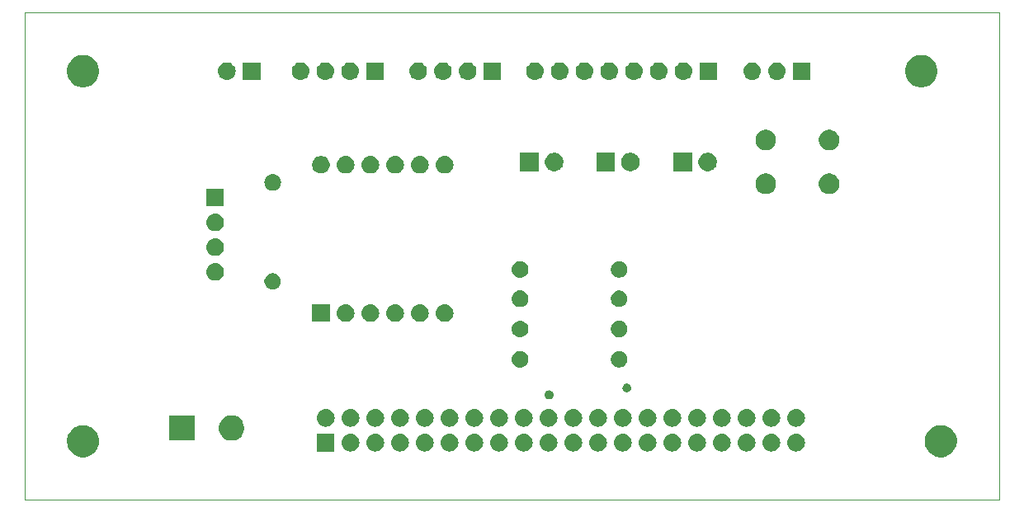
<source format=gbs>
%TF.GenerationSoftware,KiCad,Pcbnew,(5.1.2)-1*%
%TF.CreationDate,2019-07-30T19:12:16+02:00*%
%TF.ProjectId,F_rderband,46f67264-6572-4626-916e-642e6b696361,rev?*%
%TF.SameCoordinates,Original*%
%TF.FileFunction,Soldermask,Bot*%
%TF.FilePolarity,Negative*%
%FSLAX46Y46*%
G04 Gerber Fmt 4.6, Leading zero omitted, Abs format (unit mm)*
G04 Created by KiCad (PCBNEW (5.1.2)-1) date 2019-07-30 19:12:16*
%MOMM*%
%LPD*%
G04 APERTURE LIST*
%ADD10C,0.050000*%
%ADD11C,0.100000*%
G04 APERTURE END LIST*
D10*
X90000000Y-90000000D02*
X90000000Y-140000000D01*
X190000000Y-90000000D02*
X90000000Y-90000000D01*
X190000000Y-140000000D02*
X190000000Y-90000000D01*
X90000000Y-140000000D02*
X190000000Y-140000000D01*
D11*
G36*
X184375256Y-132391298D02*
G01*
X184481579Y-132412447D01*
X184569992Y-132449069D01*
X184745733Y-132521863D01*
X184782042Y-132536903D01*
X185052451Y-132717585D01*
X185282415Y-132947549D01*
X185282416Y-132947551D01*
X185463098Y-133217960D01*
X185483102Y-133266255D01*
X185571365Y-133479339D01*
X185587553Y-133518422D01*
X185651000Y-133837389D01*
X185651000Y-134162611D01*
X185608702Y-134375256D01*
X185587553Y-134481579D01*
X185463097Y-134782042D01*
X185282415Y-135052451D01*
X185052451Y-135282415D01*
X184782042Y-135463097D01*
X184481579Y-135587553D01*
X184375256Y-135608702D01*
X184162611Y-135651000D01*
X183837389Y-135651000D01*
X183624744Y-135608702D01*
X183518421Y-135587553D01*
X183217958Y-135463097D01*
X182947549Y-135282415D01*
X182717585Y-135052451D01*
X182536903Y-134782042D01*
X182412447Y-134481579D01*
X182391298Y-134375256D01*
X182349000Y-134162611D01*
X182349000Y-133837389D01*
X182412447Y-133518422D01*
X182428636Y-133479339D01*
X182516898Y-133266255D01*
X182536902Y-133217960D01*
X182717584Y-132947551D01*
X182717585Y-132947549D01*
X182947549Y-132717585D01*
X183217958Y-132536903D01*
X183254268Y-132521863D01*
X183430008Y-132449069D01*
X183518421Y-132412447D01*
X183624744Y-132391298D01*
X183837389Y-132349000D01*
X184162611Y-132349000D01*
X184375256Y-132391298D01*
X184375256Y-132391298D01*
G37*
G36*
X96375256Y-132391298D02*
G01*
X96481579Y-132412447D01*
X96569992Y-132449069D01*
X96745733Y-132521863D01*
X96782042Y-132536903D01*
X97052451Y-132717585D01*
X97282415Y-132947549D01*
X97282416Y-132947551D01*
X97463098Y-133217960D01*
X97483102Y-133266255D01*
X97571365Y-133479339D01*
X97587553Y-133518422D01*
X97651000Y-133837389D01*
X97651000Y-134162611D01*
X97608702Y-134375256D01*
X97587553Y-134481579D01*
X97463097Y-134782042D01*
X97282415Y-135052451D01*
X97052451Y-135282415D01*
X96782042Y-135463097D01*
X96481579Y-135587553D01*
X96375256Y-135608702D01*
X96162611Y-135651000D01*
X95837389Y-135651000D01*
X95624744Y-135608702D01*
X95518421Y-135587553D01*
X95217958Y-135463097D01*
X94947549Y-135282415D01*
X94717585Y-135052451D01*
X94536903Y-134782042D01*
X94412447Y-134481579D01*
X94391298Y-134375256D01*
X94349000Y-134162611D01*
X94349000Y-133837389D01*
X94412447Y-133518422D01*
X94428636Y-133479339D01*
X94516898Y-133266255D01*
X94536902Y-133217960D01*
X94717584Y-132947551D01*
X94717585Y-132947549D01*
X94947549Y-132717585D01*
X95217958Y-132536903D01*
X95254268Y-132521863D01*
X95430008Y-132449069D01*
X95518421Y-132412447D01*
X95624744Y-132391298D01*
X95837389Y-132349000D01*
X96162611Y-132349000D01*
X96375256Y-132391298D01*
X96375256Y-132391298D01*
G37*
G36*
X128689294Y-133238633D02*
G01*
X128861695Y-133290931D01*
X129020583Y-133375858D01*
X129159849Y-133490151D01*
X129274142Y-133629417D01*
X129359069Y-133788305D01*
X129411367Y-133960706D01*
X129429025Y-134140000D01*
X129411367Y-134319294D01*
X129359069Y-134491695D01*
X129274142Y-134650583D01*
X129159849Y-134789849D01*
X129020583Y-134904142D01*
X128861695Y-134989069D01*
X128689294Y-135041367D01*
X128554931Y-135054600D01*
X128465069Y-135054600D01*
X128330706Y-135041367D01*
X128158305Y-134989069D01*
X127999417Y-134904142D01*
X127860151Y-134789849D01*
X127745858Y-134650583D01*
X127660931Y-134491695D01*
X127608633Y-134319294D01*
X127590975Y-134140000D01*
X127608633Y-133960706D01*
X127660931Y-133788305D01*
X127745858Y-133629417D01*
X127860151Y-133490151D01*
X127999417Y-133375858D01*
X128158305Y-133290931D01*
X128330706Y-133238633D01*
X128465069Y-133225400D01*
X128554931Y-133225400D01*
X128689294Y-133238633D01*
X128689294Y-133238633D01*
G37*
G36*
X151549294Y-133238633D02*
G01*
X151721695Y-133290931D01*
X151880583Y-133375858D01*
X152019849Y-133490151D01*
X152134142Y-133629417D01*
X152219069Y-133788305D01*
X152271367Y-133960706D01*
X152289025Y-134140000D01*
X152271367Y-134319294D01*
X152219069Y-134491695D01*
X152134142Y-134650583D01*
X152019849Y-134789849D01*
X151880583Y-134904142D01*
X151721695Y-134989069D01*
X151549294Y-135041367D01*
X151414931Y-135054600D01*
X151325069Y-135054600D01*
X151190706Y-135041367D01*
X151018305Y-134989069D01*
X150859417Y-134904142D01*
X150720151Y-134789849D01*
X150605858Y-134650583D01*
X150520931Y-134491695D01*
X150468633Y-134319294D01*
X150450975Y-134140000D01*
X150468633Y-133960706D01*
X150520931Y-133788305D01*
X150605858Y-133629417D01*
X150720151Y-133490151D01*
X150859417Y-133375858D01*
X151018305Y-133290931D01*
X151190706Y-133238633D01*
X151325069Y-133225400D01*
X151414931Y-133225400D01*
X151549294Y-133238633D01*
X151549294Y-133238633D01*
G37*
G36*
X121804600Y-135054600D02*
G01*
X119975400Y-135054600D01*
X119975400Y-133225400D01*
X121804600Y-133225400D01*
X121804600Y-135054600D01*
X121804600Y-135054600D01*
G37*
G36*
X126149294Y-133238633D02*
G01*
X126321695Y-133290931D01*
X126480583Y-133375858D01*
X126619849Y-133490151D01*
X126734142Y-133629417D01*
X126819069Y-133788305D01*
X126871367Y-133960706D01*
X126889025Y-134140000D01*
X126871367Y-134319294D01*
X126819069Y-134491695D01*
X126734142Y-134650583D01*
X126619849Y-134789849D01*
X126480583Y-134904142D01*
X126321695Y-134989069D01*
X126149294Y-135041367D01*
X126014931Y-135054600D01*
X125925069Y-135054600D01*
X125790706Y-135041367D01*
X125618305Y-134989069D01*
X125459417Y-134904142D01*
X125320151Y-134789849D01*
X125205858Y-134650583D01*
X125120931Y-134491695D01*
X125068633Y-134319294D01*
X125050975Y-134140000D01*
X125068633Y-133960706D01*
X125120931Y-133788305D01*
X125205858Y-133629417D01*
X125320151Y-133490151D01*
X125459417Y-133375858D01*
X125618305Y-133290931D01*
X125790706Y-133238633D01*
X125925069Y-133225400D01*
X126014931Y-133225400D01*
X126149294Y-133238633D01*
X126149294Y-133238633D01*
G37*
G36*
X123609294Y-133238633D02*
G01*
X123781695Y-133290931D01*
X123940583Y-133375858D01*
X124079849Y-133490151D01*
X124194142Y-133629417D01*
X124279069Y-133788305D01*
X124331367Y-133960706D01*
X124349025Y-134140000D01*
X124331367Y-134319294D01*
X124279069Y-134491695D01*
X124194142Y-134650583D01*
X124079849Y-134789849D01*
X123940583Y-134904142D01*
X123781695Y-134989069D01*
X123609294Y-135041367D01*
X123474931Y-135054600D01*
X123385069Y-135054600D01*
X123250706Y-135041367D01*
X123078305Y-134989069D01*
X122919417Y-134904142D01*
X122780151Y-134789849D01*
X122665858Y-134650583D01*
X122580931Y-134491695D01*
X122528633Y-134319294D01*
X122510975Y-134140000D01*
X122528633Y-133960706D01*
X122580931Y-133788305D01*
X122665858Y-133629417D01*
X122780151Y-133490151D01*
X122919417Y-133375858D01*
X123078305Y-133290931D01*
X123250706Y-133238633D01*
X123385069Y-133225400D01*
X123474931Y-133225400D01*
X123609294Y-133238633D01*
X123609294Y-133238633D01*
G37*
G36*
X169329294Y-133238633D02*
G01*
X169501695Y-133290931D01*
X169660583Y-133375858D01*
X169799849Y-133490151D01*
X169914142Y-133629417D01*
X169999069Y-133788305D01*
X170051367Y-133960706D01*
X170069025Y-134140000D01*
X170051367Y-134319294D01*
X169999069Y-134491695D01*
X169914142Y-134650583D01*
X169799849Y-134789849D01*
X169660583Y-134904142D01*
X169501695Y-134989069D01*
X169329294Y-135041367D01*
X169194931Y-135054600D01*
X169105069Y-135054600D01*
X168970706Y-135041367D01*
X168798305Y-134989069D01*
X168639417Y-134904142D01*
X168500151Y-134789849D01*
X168385858Y-134650583D01*
X168300931Y-134491695D01*
X168248633Y-134319294D01*
X168230975Y-134140000D01*
X168248633Y-133960706D01*
X168300931Y-133788305D01*
X168385858Y-133629417D01*
X168500151Y-133490151D01*
X168639417Y-133375858D01*
X168798305Y-133290931D01*
X168970706Y-133238633D01*
X169105069Y-133225400D01*
X169194931Y-133225400D01*
X169329294Y-133238633D01*
X169329294Y-133238633D01*
G37*
G36*
X166789294Y-133238633D02*
G01*
X166961695Y-133290931D01*
X167120583Y-133375858D01*
X167259849Y-133490151D01*
X167374142Y-133629417D01*
X167459069Y-133788305D01*
X167511367Y-133960706D01*
X167529025Y-134140000D01*
X167511367Y-134319294D01*
X167459069Y-134491695D01*
X167374142Y-134650583D01*
X167259849Y-134789849D01*
X167120583Y-134904142D01*
X166961695Y-134989069D01*
X166789294Y-135041367D01*
X166654931Y-135054600D01*
X166565069Y-135054600D01*
X166430706Y-135041367D01*
X166258305Y-134989069D01*
X166099417Y-134904142D01*
X165960151Y-134789849D01*
X165845858Y-134650583D01*
X165760931Y-134491695D01*
X165708633Y-134319294D01*
X165690975Y-134140000D01*
X165708633Y-133960706D01*
X165760931Y-133788305D01*
X165845858Y-133629417D01*
X165960151Y-133490151D01*
X166099417Y-133375858D01*
X166258305Y-133290931D01*
X166430706Y-133238633D01*
X166565069Y-133225400D01*
X166654931Y-133225400D01*
X166789294Y-133238633D01*
X166789294Y-133238633D01*
G37*
G36*
X164249294Y-133238633D02*
G01*
X164421695Y-133290931D01*
X164580583Y-133375858D01*
X164719849Y-133490151D01*
X164834142Y-133629417D01*
X164919069Y-133788305D01*
X164971367Y-133960706D01*
X164989025Y-134140000D01*
X164971367Y-134319294D01*
X164919069Y-134491695D01*
X164834142Y-134650583D01*
X164719849Y-134789849D01*
X164580583Y-134904142D01*
X164421695Y-134989069D01*
X164249294Y-135041367D01*
X164114931Y-135054600D01*
X164025069Y-135054600D01*
X163890706Y-135041367D01*
X163718305Y-134989069D01*
X163559417Y-134904142D01*
X163420151Y-134789849D01*
X163305858Y-134650583D01*
X163220931Y-134491695D01*
X163168633Y-134319294D01*
X163150975Y-134140000D01*
X163168633Y-133960706D01*
X163220931Y-133788305D01*
X163305858Y-133629417D01*
X163420151Y-133490151D01*
X163559417Y-133375858D01*
X163718305Y-133290931D01*
X163890706Y-133238633D01*
X164025069Y-133225400D01*
X164114931Y-133225400D01*
X164249294Y-133238633D01*
X164249294Y-133238633D01*
G37*
G36*
X159169294Y-133238633D02*
G01*
X159341695Y-133290931D01*
X159500583Y-133375858D01*
X159639849Y-133490151D01*
X159754142Y-133629417D01*
X159839069Y-133788305D01*
X159891367Y-133960706D01*
X159909025Y-134140000D01*
X159891367Y-134319294D01*
X159839069Y-134491695D01*
X159754142Y-134650583D01*
X159639849Y-134789849D01*
X159500583Y-134904142D01*
X159341695Y-134989069D01*
X159169294Y-135041367D01*
X159034931Y-135054600D01*
X158945069Y-135054600D01*
X158810706Y-135041367D01*
X158638305Y-134989069D01*
X158479417Y-134904142D01*
X158340151Y-134789849D01*
X158225858Y-134650583D01*
X158140931Y-134491695D01*
X158088633Y-134319294D01*
X158070975Y-134140000D01*
X158088633Y-133960706D01*
X158140931Y-133788305D01*
X158225858Y-133629417D01*
X158340151Y-133490151D01*
X158479417Y-133375858D01*
X158638305Y-133290931D01*
X158810706Y-133238633D01*
X158945069Y-133225400D01*
X159034931Y-133225400D01*
X159169294Y-133238633D01*
X159169294Y-133238633D01*
G37*
G36*
X156629294Y-133238633D02*
G01*
X156801695Y-133290931D01*
X156960583Y-133375858D01*
X157099849Y-133490151D01*
X157214142Y-133629417D01*
X157299069Y-133788305D01*
X157351367Y-133960706D01*
X157369025Y-134140000D01*
X157351367Y-134319294D01*
X157299069Y-134491695D01*
X157214142Y-134650583D01*
X157099849Y-134789849D01*
X156960583Y-134904142D01*
X156801695Y-134989069D01*
X156629294Y-135041367D01*
X156494931Y-135054600D01*
X156405069Y-135054600D01*
X156270706Y-135041367D01*
X156098305Y-134989069D01*
X155939417Y-134904142D01*
X155800151Y-134789849D01*
X155685858Y-134650583D01*
X155600931Y-134491695D01*
X155548633Y-134319294D01*
X155530975Y-134140000D01*
X155548633Y-133960706D01*
X155600931Y-133788305D01*
X155685858Y-133629417D01*
X155800151Y-133490151D01*
X155939417Y-133375858D01*
X156098305Y-133290931D01*
X156270706Y-133238633D01*
X156405069Y-133225400D01*
X156494931Y-133225400D01*
X156629294Y-133238633D01*
X156629294Y-133238633D01*
G37*
G36*
X154089294Y-133238633D02*
G01*
X154261695Y-133290931D01*
X154420583Y-133375858D01*
X154559849Y-133490151D01*
X154674142Y-133629417D01*
X154759069Y-133788305D01*
X154811367Y-133960706D01*
X154829025Y-134140000D01*
X154811367Y-134319294D01*
X154759069Y-134491695D01*
X154674142Y-134650583D01*
X154559849Y-134789849D01*
X154420583Y-134904142D01*
X154261695Y-134989069D01*
X154089294Y-135041367D01*
X153954931Y-135054600D01*
X153865069Y-135054600D01*
X153730706Y-135041367D01*
X153558305Y-134989069D01*
X153399417Y-134904142D01*
X153260151Y-134789849D01*
X153145858Y-134650583D01*
X153060931Y-134491695D01*
X153008633Y-134319294D01*
X152990975Y-134140000D01*
X153008633Y-133960706D01*
X153060931Y-133788305D01*
X153145858Y-133629417D01*
X153260151Y-133490151D01*
X153399417Y-133375858D01*
X153558305Y-133290931D01*
X153730706Y-133238633D01*
X153865069Y-133225400D01*
X153954931Y-133225400D01*
X154089294Y-133238633D01*
X154089294Y-133238633D01*
G37*
G36*
X149009294Y-133238633D02*
G01*
X149181695Y-133290931D01*
X149340583Y-133375858D01*
X149479849Y-133490151D01*
X149594142Y-133629417D01*
X149679069Y-133788305D01*
X149731367Y-133960706D01*
X149749025Y-134140000D01*
X149731367Y-134319294D01*
X149679069Y-134491695D01*
X149594142Y-134650583D01*
X149479849Y-134789849D01*
X149340583Y-134904142D01*
X149181695Y-134989069D01*
X149009294Y-135041367D01*
X148874931Y-135054600D01*
X148785069Y-135054600D01*
X148650706Y-135041367D01*
X148478305Y-134989069D01*
X148319417Y-134904142D01*
X148180151Y-134789849D01*
X148065858Y-134650583D01*
X147980931Y-134491695D01*
X147928633Y-134319294D01*
X147910975Y-134140000D01*
X147928633Y-133960706D01*
X147980931Y-133788305D01*
X148065858Y-133629417D01*
X148180151Y-133490151D01*
X148319417Y-133375858D01*
X148478305Y-133290931D01*
X148650706Y-133238633D01*
X148785069Y-133225400D01*
X148874931Y-133225400D01*
X149009294Y-133238633D01*
X149009294Y-133238633D01*
G37*
G36*
X146469294Y-133238633D02*
G01*
X146641695Y-133290931D01*
X146800583Y-133375858D01*
X146939849Y-133490151D01*
X147054142Y-133629417D01*
X147139069Y-133788305D01*
X147191367Y-133960706D01*
X147209025Y-134140000D01*
X147191367Y-134319294D01*
X147139069Y-134491695D01*
X147054142Y-134650583D01*
X146939849Y-134789849D01*
X146800583Y-134904142D01*
X146641695Y-134989069D01*
X146469294Y-135041367D01*
X146334931Y-135054600D01*
X146245069Y-135054600D01*
X146110706Y-135041367D01*
X145938305Y-134989069D01*
X145779417Y-134904142D01*
X145640151Y-134789849D01*
X145525858Y-134650583D01*
X145440931Y-134491695D01*
X145388633Y-134319294D01*
X145370975Y-134140000D01*
X145388633Y-133960706D01*
X145440931Y-133788305D01*
X145525858Y-133629417D01*
X145640151Y-133490151D01*
X145779417Y-133375858D01*
X145938305Y-133290931D01*
X146110706Y-133238633D01*
X146245069Y-133225400D01*
X146334931Y-133225400D01*
X146469294Y-133238633D01*
X146469294Y-133238633D01*
G37*
G36*
X143929294Y-133238633D02*
G01*
X144101695Y-133290931D01*
X144260583Y-133375858D01*
X144399849Y-133490151D01*
X144514142Y-133629417D01*
X144599069Y-133788305D01*
X144651367Y-133960706D01*
X144669025Y-134140000D01*
X144651367Y-134319294D01*
X144599069Y-134491695D01*
X144514142Y-134650583D01*
X144399849Y-134789849D01*
X144260583Y-134904142D01*
X144101695Y-134989069D01*
X143929294Y-135041367D01*
X143794931Y-135054600D01*
X143705069Y-135054600D01*
X143570706Y-135041367D01*
X143398305Y-134989069D01*
X143239417Y-134904142D01*
X143100151Y-134789849D01*
X142985858Y-134650583D01*
X142900931Y-134491695D01*
X142848633Y-134319294D01*
X142830975Y-134140000D01*
X142848633Y-133960706D01*
X142900931Y-133788305D01*
X142985858Y-133629417D01*
X143100151Y-133490151D01*
X143239417Y-133375858D01*
X143398305Y-133290931D01*
X143570706Y-133238633D01*
X143705069Y-133225400D01*
X143794931Y-133225400D01*
X143929294Y-133238633D01*
X143929294Y-133238633D01*
G37*
G36*
X141389294Y-133238633D02*
G01*
X141561695Y-133290931D01*
X141720583Y-133375858D01*
X141859849Y-133490151D01*
X141974142Y-133629417D01*
X142059069Y-133788305D01*
X142111367Y-133960706D01*
X142129025Y-134140000D01*
X142111367Y-134319294D01*
X142059069Y-134491695D01*
X141974142Y-134650583D01*
X141859849Y-134789849D01*
X141720583Y-134904142D01*
X141561695Y-134989069D01*
X141389294Y-135041367D01*
X141254931Y-135054600D01*
X141165069Y-135054600D01*
X141030706Y-135041367D01*
X140858305Y-134989069D01*
X140699417Y-134904142D01*
X140560151Y-134789849D01*
X140445858Y-134650583D01*
X140360931Y-134491695D01*
X140308633Y-134319294D01*
X140290975Y-134140000D01*
X140308633Y-133960706D01*
X140360931Y-133788305D01*
X140445858Y-133629417D01*
X140560151Y-133490151D01*
X140699417Y-133375858D01*
X140858305Y-133290931D01*
X141030706Y-133238633D01*
X141165069Y-133225400D01*
X141254931Y-133225400D01*
X141389294Y-133238633D01*
X141389294Y-133238633D01*
G37*
G36*
X138849294Y-133238633D02*
G01*
X139021695Y-133290931D01*
X139180583Y-133375858D01*
X139319849Y-133490151D01*
X139434142Y-133629417D01*
X139519069Y-133788305D01*
X139571367Y-133960706D01*
X139589025Y-134140000D01*
X139571367Y-134319294D01*
X139519069Y-134491695D01*
X139434142Y-134650583D01*
X139319849Y-134789849D01*
X139180583Y-134904142D01*
X139021695Y-134989069D01*
X138849294Y-135041367D01*
X138714931Y-135054600D01*
X138625069Y-135054600D01*
X138490706Y-135041367D01*
X138318305Y-134989069D01*
X138159417Y-134904142D01*
X138020151Y-134789849D01*
X137905858Y-134650583D01*
X137820931Y-134491695D01*
X137768633Y-134319294D01*
X137750975Y-134140000D01*
X137768633Y-133960706D01*
X137820931Y-133788305D01*
X137905858Y-133629417D01*
X138020151Y-133490151D01*
X138159417Y-133375858D01*
X138318305Y-133290931D01*
X138490706Y-133238633D01*
X138625069Y-133225400D01*
X138714931Y-133225400D01*
X138849294Y-133238633D01*
X138849294Y-133238633D01*
G37*
G36*
X136309294Y-133238633D02*
G01*
X136481695Y-133290931D01*
X136640583Y-133375858D01*
X136779849Y-133490151D01*
X136894142Y-133629417D01*
X136979069Y-133788305D01*
X137031367Y-133960706D01*
X137049025Y-134140000D01*
X137031367Y-134319294D01*
X136979069Y-134491695D01*
X136894142Y-134650583D01*
X136779849Y-134789849D01*
X136640583Y-134904142D01*
X136481695Y-134989069D01*
X136309294Y-135041367D01*
X136174931Y-135054600D01*
X136085069Y-135054600D01*
X135950706Y-135041367D01*
X135778305Y-134989069D01*
X135619417Y-134904142D01*
X135480151Y-134789849D01*
X135365858Y-134650583D01*
X135280931Y-134491695D01*
X135228633Y-134319294D01*
X135210975Y-134140000D01*
X135228633Y-133960706D01*
X135280931Y-133788305D01*
X135365858Y-133629417D01*
X135480151Y-133490151D01*
X135619417Y-133375858D01*
X135778305Y-133290931D01*
X135950706Y-133238633D01*
X136085069Y-133225400D01*
X136174931Y-133225400D01*
X136309294Y-133238633D01*
X136309294Y-133238633D01*
G37*
G36*
X133769294Y-133238633D02*
G01*
X133941695Y-133290931D01*
X134100583Y-133375858D01*
X134239849Y-133490151D01*
X134354142Y-133629417D01*
X134439069Y-133788305D01*
X134491367Y-133960706D01*
X134509025Y-134140000D01*
X134491367Y-134319294D01*
X134439069Y-134491695D01*
X134354142Y-134650583D01*
X134239849Y-134789849D01*
X134100583Y-134904142D01*
X133941695Y-134989069D01*
X133769294Y-135041367D01*
X133634931Y-135054600D01*
X133545069Y-135054600D01*
X133410706Y-135041367D01*
X133238305Y-134989069D01*
X133079417Y-134904142D01*
X132940151Y-134789849D01*
X132825858Y-134650583D01*
X132740931Y-134491695D01*
X132688633Y-134319294D01*
X132670975Y-134140000D01*
X132688633Y-133960706D01*
X132740931Y-133788305D01*
X132825858Y-133629417D01*
X132940151Y-133490151D01*
X133079417Y-133375858D01*
X133238305Y-133290931D01*
X133410706Y-133238633D01*
X133545069Y-133225400D01*
X133634931Y-133225400D01*
X133769294Y-133238633D01*
X133769294Y-133238633D01*
G37*
G36*
X131229294Y-133238633D02*
G01*
X131401695Y-133290931D01*
X131560583Y-133375858D01*
X131699849Y-133490151D01*
X131814142Y-133629417D01*
X131899069Y-133788305D01*
X131951367Y-133960706D01*
X131969025Y-134140000D01*
X131951367Y-134319294D01*
X131899069Y-134491695D01*
X131814142Y-134650583D01*
X131699849Y-134789849D01*
X131560583Y-134904142D01*
X131401695Y-134989069D01*
X131229294Y-135041367D01*
X131094931Y-135054600D01*
X131005069Y-135054600D01*
X130870706Y-135041367D01*
X130698305Y-134989069D01*
X130539417Y-134904142D01*
X130400151Y-134789849D01*
X130285858Y-134650583D01*
X130200931Y-134491695D01*
X130148633Y-134319294D01*
X130130975Y-134140000D01*
X130148633Y-133960706D01*
X130200931Y-133788305D01*
X130285858Y-133629417D01*
X130400151Y-133490151D01*
X130539417Y-133375858D01*
X130698305Y-133290931D01*
X130870706Y-133238633D01*
X131005069Y-133225400D01*
X131094931Y-133225400D01*
X131229294Y-133238633D01*
X131229294Y-133238633D01*
G37*
G36*
X161709294Y-133238633D02*
G01*
X161881695Y-133290931D01*
X162040583Y-133375858D01*
X162179849Y-133490151D01*
X162294142Y-133629417D01*
X162379069Y-133788305D01*
X162431367Y-133960706D01*
X162449025Y-134140000D01*
X162431367Y-134319294D01*
X162379069Y-134491695D01*
X162294142Y-134650583D01*
X162179849Y-134789849D01*
X162040583Y-134904142D01*
X161881695Y-134989069D01*
X161709294Y-135041367D01*
X161574931Y-135054600D01*
X161485069Y-135054600D01*
X161350706Y-135041367D01*
X161178305Y-134989069D01*
X161019417Y-134904142D01*
X160880151Y-134789849D01*
X160765858Y-134650583D01*
X160680931Y-134491695D01*
X160628633Y-134319294D01*
X160610975Y-134140000D01*
X160628633Y-133960706D01*
X160680931Y-133788305D01*
X160765858Y-133629417D01*
X160880151Y-133490151D01*
X161019417Y-133375858D01*
X161178305Y-133290931D01*
X161350706Y-133238633D01*
X161485069Y-133225400D01*
X161574931Y-133225400D01*
X161709294Y-133238633D01*
X161709294Y-133238633D01*
G37*
G36*
X111619487Y-131398996D02*
G01*
X111856253Y-131497068D01*
X111856255Y-131497069D01*
X112069339Y-131639447D01*
X112250553Y-131820661D01*
X112338108Y-131951696D01*
X112392932Y-132033747D01*
X112491004Y-132270513D01*
X112541000Y-132521861D01*
X112541000Y-132778139D01*
X112491004Y-133029487D01*
X112404372Y-133238634D01*
X112392931Y-133266255D01*
X112250553Y-133479339D01*
X112069339Y-133660553D01*
X111856255Y-133802931D01*
X111856254Y-133802932D01*
X111856253Y-133802932D01*
X111619487Y-133901004D01*
X111368139Y-133951000D01*
X111111861Y-133951000D01*
X110860513Y-133901004D01*
X110623747Y-133802932D01*
X110623746Y-133802932D01*
X110623745Y-133802931D01*
X110410661Y-133660553D01*
X110229447Y-133479339D01*
X110087069Y-133266255D01*
X110075628Y-133238634D01*
X109988996Y-133029487D01*
X109939000Y-132778139D01*
X109939000Y-132521861D01*
X109988996Y-132270513D01*
X110087068Y-132033747D01*
X110141893Y-131951696D01*
X110229447Y-131820661D01*
X110410661Y-131639447D01*
X110623745Y-131497069D01*
X110623747Y-131497068D01*
X110860513Y-131398996D01*
X111111861Y-131349000D01*
X111368139Y-131349000D01*
X111619487Y-131398996D01*
X111619487Y-131398996D01*
G37*
G36*
X107461000Y-133951000D02*
G01*
X104859000Y-133951000D01*
X104859000Y-131349000D01*
X107461000Y-131349000D01*
X107461000Y-133951000D01*
X107461000Y-133951000D01*
G37*
G36*
X121069294Y-130698633D02*
G01*
X121241695Y-130750931D01*
X121400583Y-130835858D01*
X121539849Y-130950151D01*
X121654142Y-131089417D01*
X121739069Y-131248305D01*
X121791367Y-131420706D01*
X121809025Y-131600000D01*
X121791367Y-131779294D01*
X121739069Y-131951695D01*
X121654142Y-132110583D01*
X121539849Y-132249849D01*
X121400583Y-132364142D01*
X121241695Y-132449069D01*
X121069294Y-132501367D01*
X120934931Y-132514600D01*
X120845069Y-132514600D01*
X120710706Y-132501367D01*
X120538305Y-132449069D01*
X120379417Y-132364142D01*
X120240151Y-132249849D01*
X120125858Y-132110583D01*
X120040931Y-131951695D01*
X119988633Y-131779294D01*
X119970975Y-131600000D01*
X119988633Y-131420706D01*
X120040931Y-131248305D01*
X120125858Y-131089417D01*
X120240151Y-130950151D01*
X120379417Y-130835858D01*
X120538305Y-130750931D01*
X120710706Y-130698633D01*
X120845069Y-130685400D01*
X120934931Y-130685400D01*
X121069294Y-130698633D01*
X121069294Y-130698633D01*
G37*
G36*
X123609294Y-130698633D02*
G01*
X123781695Y-130750931D01*
X123940583Y-130835858D01*
X124079849Y-130950151D01*
X124194142Y-131089417D01*
X124279069Y-131248305D01*
X124331367Y-131420706D01*
X124349025Y-131600000D01*
X124331367Y-131779294D01*
X124279069Y-131951695D01*
X124194142Y-132110583D01*
X124079849Y-132249849D01*
X123940583Y-132364142D01*
X123781695Y-132449069D01*
X123609294Y-132501367D01*
X123474931Y-132514600D01*
X123385069Y-132514600D01*
X123250706Y-132501367D01*
X123078305Y-132449069D01*
X122919417Y-132364142D01*
X122780151Y-132249849D01*
X122665858Y-132110583D01*
X122580931Y-131951695D01*
X122528633Y-131779294D01*
X122510975Y-131600000D01*
X122528633Y-131420706D01*
X122580931Y-131248305D01*
X122665858Y-131089417D01*
X122780151Y-130950151D01*
X122919417Y-130835858D01*
X123078305Y-130750931D01*
X123250706Y-130698633D01*
X123385069Y-130685400D01*
X123474931Y-130685400D01*
X123609294Y-130698633D01*
X123609294Y-130698633D01*
G37*
G36*
X169329294Y-130698633D02*
G01*
X169501695Y-130750931D01*
X169660583Y-130835858D01*
X169799849Y-130950151D01*
X169914142Y-131089417D01*
X169999069Y-131248305D01*
X170051367Y-131420706D01*
X170069025Y-131600000D01*
X170051367Y-131779294D01*
X169999069Y-131951695D01*
X169914142Y-132110583D01*
X169799849Y-132249849D01*
X169660583Y-132364142D01*
X169501695Y-132449069D01*
X169329294Y-132501367D01*
X169194931Y-132514600D01*
X169105069Y-132514600D01*
X168970706Y-132501367D01*
X168798305Y-132449069D01*
X168639417Y-132364142D01*
X168500151Y-132249849D01*
X168385858Y-132110583D01*
X168300931Y-131951695D01*
X168248633Y-131779294D01*
X168230975Y-131600000D01*
X168248633Y-131420706D01*
X168300931Y-131248305D01*
X168385858Y-131089417D01*
X168500151Y-130950151D01*
X168639417Y-130835858D01*
X168798305Y-130750931D01*
X168970706Y-130698633D01*
X169105069Y-130685400D01*
X169194931Y-130685400D01*
X169329294Y-130698633D01*
X169329294Y-130698633D01*
G37*
G36*
X143929294Y-130698633D02*
G01*
X144101695Y-130750931D01*
X144260583Y-130835858D01*
X144399849Y-130950151D01*
X144514142Y-131089417D01*
X144599069Y-131248305D01*
X144651367Y-131420706D01*
X144669025Y-131600000D01*
X144651367Y-131779294D01*
X144599069Y-131951695D01*
X144514142Y-132110583D01*
X144399849Y-132249849D01*
X144260583Y-132364142D01*
X144101695Y-132449069D01*
X143929294Y-132501367D01*
X143794931Y-132514600D01*
X143705069Y-132514600D01*
X143570706Y-132501367D01*
X143398305Y-132449069D01*
X143239417Y-132364142D01*
X143100151Y-132249849D01*
X142985858Y-132110583D01*
X142900931Y-131951695D01*
X142848633Y-131779294D01*
X142830975Y-131600000D01*
X142848633Y-131420706D01*
X142900931Y-131248305D01*
X142985858Y-131089417D01*
X143100151Y-130950151D01*
X143239417Y-130835858D01*
X143398305Y-130750931D01*
X143570706Y-130698633D01*
X143705069Y-130685400D01*
X143794931Y-130685400D01*
X143929294Y-130698633D01*
X143929294Y-130698633D01*
G37*
G36*
X126149294Y-130698633D02*
G01*
X126321695Y-130750931D01*
X126480583Y-130835858D01*
X126619849Y-130950151D01*
X126734142Y-131089417D01*
X126819069Y-131248305D01*
X126871367Y-131420706D01*
X126889025Y-131600000D01*
X126871367Y-131779294D01*
X126819069Y-131951695D01*
X126734142Y-132110583D01*
X126619849Y-132249849D01*
X126480583Y-132364142D01*
X126321695Y-132449069D01*
X126149294Y-132501367D01*
X126014931Y-132514600D01*
X125925069Y-132514600D01*
X125790706Y-132501367D01*
X125618305Y-132449069D01*
X125459417Y-132364142D01*
X125320151Y-132249849D01*
X125205858Y-132110583D01*
X125120931Y-131951695D01*
X125068633Y-131779294D01*
X125050975Y-131600000D01*
X125068633Y-131420706D01*
X125120931Y-131248305D01*
X125205858Y-131089417D01*
X125320151Y-130950151D01*
X125459417Y-130835858D01*
X125618305Y-130750931D01*
X125790706Y-130698633D01*
X125925069Y-130685400D01*
X126014931Y-130685400D01*
X126149294Y-130698633D01*
X126149294Y-130698633D01*
G37*
G36*
X166789294Y-130698633D02*
G01*
X166961695Y-130750931D01*
X167120583Y-130835858D01*
X167259849Y-130950151D01*
X167374142Y-131089417D01*
X167459069Y-131248305D01*
X167511367Y-131420706D01*
X167529025Y-131600000D01*
X167511367Y-131779294D01*
X167459069Y-131951695D01*
X167374142Y-132110583D01*
X167259849Y-132249849D01*
X167120583Y-132364142D01*
X166961695Y-132449069D01*
X166789294Y-132501367D01*
X166654931Y-132514600D01*
X166565069Y-132514600D01*
X166430706Y-132501367D01*
X166258305Y-132449069D01*
X166099417Y-132364142D01*
X165960151Y-132249849D01*
X165845858Y-132110583D01*
X165760931Y-131951695D01*
X165708633Y-131779294D01*
X165690975Y-131600000D01*
X165708633Y-131420706D01*
X165760931Y-131248305D01*
X165845858Y-131089417D01*
X165960151Y-130950151D01*
X166099417Y-130835858D01*
X166258305Y-130750931D01*
X166430706Y-130698633D01*
X166565069Y-130685400D01*
X166654931Y-130685400D01*
X166789294Y-130698633D01*
X166789294Y-130698633D01*
G37*
G36*
X128689294Y-130698633D02*
G01*
X128861695Y-130750931D01*
X129020583Y-130835858D01*
X129159849Y-130950151D01*
X129274142Y-131089417D01*
X129359069Y-131248305D01*
X129411367Y-131420706D01*
X129429025Y-131600000D01*
X129411367Y-131779294D01*
X129359069Y-131951695D01*
X129274142Y-132110583D01*
X129159849Y-132249849D01*
X129020583Y-132364142D01*
X128861695Y-132449069D01*
X128689294Y-132501367D01*
X128554931Y-132514600D01*
X128465069Y-132514600D01*
X128330706Y-132501367D01*
X128158305Y-132449069D01*
X127999417Y-132364142D01*
X127860151Y-132249849D01*
X127745858Y-132110583D01*
X127660931Y-131951695D01*
X127608633Y-131779294D01*
X127590975Y-131600000D01*
X127608633Y-131420706D01*
X127660931Y-131248305D01*
X127745858Y-131089417D01*
X127860151Y-130950151D01*
X127999417Y-130835858D01*
X128158305Y-130750931D01*
X128330706Y-130698633D01*
X128465069Y-130685400D01*
X128554931Y-130685400D01*
X128689294Y-130698633D01*
X128689294Y-130698633D01*
G37*
G36*
X164249294Y-130698633D02*
G01*
X164421695Y-130750931D01*
X164580583Y-130835858D01*
X164719849Y-130950151D01*
X164834142Y-131089417D01*
X164919069Y-131248305D01*
X164971367Y-131420706D01*
X164989025Y-131600000D01*
X164971367Y-131779294D01*
X164919069Y-131951695D01*
X164834142Y-132110583D01*
X164719849Y-132249849D01*
X164580583Y-132364142D01*
X164421695Y-132449069D01*
X164249294Y-132501367D01*
X164114931Y-132514600D01*
X164025069Y-132514600D01*
X163890706Y-132501367D01*
X163718305Y-132449069D01*
X163559417Y-132364142D01*
X163420151Y-132249849D01*
X163305858Y-132110583D01*
X163220931Y-131951695D01*
X163168633Y-131779294D01*
X163150975Y-131600000D01*
X163168633Y-131420706D01*
X163220931Y-131248305D01*
X163305858Y-131089417D01*
X163420151Y-130950151D01*
X163559417Y-130835858D01*
X163718305Y-130750931D01*
X163890706Y-130698633D01*
X164025069Y-130685400D01*
X164114931Y-130685400D01*
X164249294Y-130698633D01*
X164249294Y-130698633D01*
G37*
G36*
X131229294Y-130698633D02*
G01*
X131401695Y-130750931D01*
X131560583Y-130835858D01*
X131699849Y-130950151D01*
X131814142Y-131089417D01*
X131899069Y-131248305D01*
X131951367Y-131420706D01*
X131969025Y-131600000D01*
X131951367Y-131779294D01*
X131899069Y-131951695D01*
X131814142Y-132110583D01*
X131699849Y-132249849D01*
X131560583Y-132364142D01*
X131401695Y-132449069D01*
X131229294Y-132501367D01*
X131094931Y-132514600D01*
X131005069Y-132514600D01*
X130870706Y-132501367D01*
X130698305Y-132449069D01*
X130539417Y-132364142D01*
X130400151Y-132249849D01*
X130285858Y-132110583D01*
X130200931Y-131951695D01*
X130148633Y-131779294D01*
X130130975Y-131600000D01*
X130148633Y-131420706D01*
X130200931Y-131248305D01*
X130285858Y-131089417D01*
X130400151Y-130950151D01*
X130539417Y-130835858D01*
X130698305Y-130750931D01*
X130870706Y-130698633D01*
X131005069Y-130685400D01*
X131094931Y-130685400D01*
X131229294Y-130698633D01*
X131229294Y-130698633D01*
G37*
G36*
X161709294Y-130698633D02*
G01*
X161881695Y-130750931D01*
X162040583Y-130835858D01*
X162179849Y-130950151D01*
X162294142Y-131089417D01*
X162379069Y-131248305D01*
X162431367Y-131420706D01*
X162449025Y-131600000D01*
X162431367Y-131779294D01*
X162379069Y-131951695D01*
X162294142Y-132110583D01*
X162179849Y-132249849D01*
X162040583Y-132364142D01*
X161881695Y-132449069D01*
X161709294Y-132501367D01*
X161574931Y-132514600D01*
X161485069Y-132514600D01*
X161350706Y-132501367D01*
X161178305Y-132449069D01*
X161019417Y-132364142D01*
X160880151Y-132249849D01*
X160765858Y-132110583D01*
X160680931Y-131951695D01*
X160628633Y-131779294D01*
X160610975Y-131600000D01*
X160628633Y-131420706D01*
X160680931Y-131248305D01*
X160765858Y-131089417D01*
X160880151Y-130950151D01*
X161019417Y-130835858D01*
X161178305Y-130750931D01*
X161350706Y-130698633D01*
X161485069Y-130685400D01*
X161574931Y-130685400D01*
X161709294Y-130698633D01*
X161709294Y-130698633D01*
G37*
G36*
X136309294Y-130698633D02*
G01*
X136481695Y-130750931D01*
X136640583Y-130835858D01*
X136779849Y-130950151D01*
X136894142Y-131089417D01*
X136979069Y-131248305D01*
X137031367Y-131420706D01*
X137049025Y-131600000D01*
X137031367Y-131779294D01*
X136979069Y-131951695D01*
X136894142Y-132110583D01*
X136779849Y-132249849D01*
X136640583Y-132364142D01*
X136481695Y-132449069D01*
X136309294Y-132501367D01*
X136174931Y-132514600D01*
X136085069Y-132514600D01*
X135950706Y-132501367D01*
X135778305Y-132449069D01*
X135619417Y-132364142D01*
X135480151Y-132249849D01*
X135365858Y-132110583D01*
X135280931Y-131951695D01*
X135228633Y-131779294D01*
X135210975Y-131600000D01*
X135228633Y-131420706D01*
X135280931Y-131248305D01*
X135365858Y-131089417D01*
X135480151Y-130950151D01*
X135619417Y-130835858D01*
X135778305Y-130750931D01*
X135950706Y-130698633D01*
X136085069Y-130685400D01*
X136174931Y-130685400D01*
X136309294Y-130698633D01*
X136309294Y-130698633D01*
G37*
G36*
X133769294Y-130698633D02*
G01*
X133941695Y-130750931D01*
X134100583Y-130835858D01*
X134239849Y-130950151D01*
X134354142Y-131089417D01*
X134439069Y-131248305D01*
X134491367Y-131420706D01*
X134509025Y-131600000D01*
X134491367Y-131779294D01*
X134439069Y-131951695D01*
X134354142Y-132110583D01*
X134239849Y-132249849D01*
X134100583Y-132364142D01*
X133941695Y-132449069D01*
X133769294Y-132501367D01*
X133634931Y-132514600D01*
X133545069Y-132514600D01*
X133410706Y-132501367D01*
X133238305Y-132449069D01*
X133079417Y-132364142D01*
X132940151Y-132249849D01*
X132825858Y-132110583D01*
X132740931Y-131951695D01*
X132688633Y-131779294D01*
X132670975Y-131600000D01*
X132688633Y-131420706D01*
X132740931Y-131248305D01*
X132825858Y-131089417D01*
X132940151Y-130950151D01*
X133079417Y-130835858D01*
X133238305Y-130750931D01*
X133410706Y-130698633D01*
X133545069Y-130685400D01*
X133634931Y-130685400D01*
X133769294Y-130698633D01*
X133769294Y-130698633D01*
G37*
G36*
X146469294Y-130698633D02*
G01*
X146641695Y-130750931D01*
X146800583Y-130835858D01*
X146939849Y-130950151D01*
X147054142Y-131089417D01*
X147139069Y-131248305D01*
X147191367Y-131420706D01*
X147209025Y-131600000D01*
X147191367Y-131779294D01*
X147139069Y-131951695D01*
X147054142Y-132110583D01*
X146939849Y-132249849D01*
X146800583Y-132364142D01*
X146641695Y-132449069D01*
X146469294Y-132501367D01*
X146334931Y-132514600D01*
X146245069Y-132514600D01*
X146110706Y-132501367D01*
X145938305Y-132449069D01*
X145779417Y-132364142D01*
X145640151Y-132249849D01*
X145525858Y-132110583D01*
X145440931Y-131951695D01*
X145388633Y-131779294D01*
X145370975Y-131600000D01*
X145388633Y-131420706D01*
X145440931Y-131248305D01*
X145525858Y-131089417D01*
X145640151Y-130950151D01*
X145779417Y-130835858D01*
X145938305Y-130750931D01*
X146110706Y-130698633D01*
X146245069Y-130685400D01*
X146334931Y-130685400D01*
X146469294Y-130698633D01*
X146469294Y-130698633D01*
G37*
G36*
X149009294Y-130698633D02*
G01*
X149181695Y-130750931D01*
X149340583Y-130835858D01*
X149479849Y-130950151D01*
X149594142Y-131089417D01*
X149679069Y-131248305D01*
X149731367Y-131420706D01*
X149749025Y-131600000D01*
X149731367Y-131779294D01*
X149679069Y-131951695D01*
X149594142Y-132110583D01*
X149479849Y-132249849D01*
X149340583Y-132364142D01*
X149181695Y-132449069D01*
X149009294Y-132501367D01*
X148874931Y-132514600D01*
X148785069Y-132514600D01*
X148650706Y-132501367D01*
X148478305Y-132449069D01*
X148319417Y-132364142D01*
X148180151Y-132249849D01*
X148065858Y-132110583D01*
X147980931Y-131951695D01*
X147928633Y-131779294D01*
X147910975Y-131600000D01*
X147928633Y-131420706D01*
X147980931Y-131248305D01*
X148065858Y-131089417D01*
X148180151Y-130950151D01*
X148319417Y-130835858D01*
X148478305Y-130750931D01*
X148650706Y-130698633D01*
X148785069Y-130685400D01*
X148874931Y-130685400D01*
X149009294Y-130698633D01*
X149009294Y-130698633D01*
G37*
G36*
X151549294Y-130698633D02*
G01*
X151721695Y-130750931D01*
X151880583Y-130835858D01*
X152019849Y-130950151D01*
X152134142Y-131089417D01*
X152219069Y-131248305D01*
X152271367Y-131420706D01*
X152289025Y-131600000D01*
X152271367Y-131779294D01*
X152219069Y-131951695D01*
X152134142Y-132110583D01*
X152019849Y-132249849D01*
X151880583Y-132364142D01*
X151721695Y-132449069D01*
X151549294Y-132501367D01*
X151414931Y-132514600D01*
X151325069Y-132514600D01*
X151190706Y-132501367D01*
X151018305Y-132449069D01*
X150859417Y-132364142D01*
X150720151Y-132249849D01*
X150605858Y-132110583D01*
X150520931Y-131951695D01*
X150468633Y-131779294D01*
X150450975Y-131600000D01*
X150468633Y-131420706D01*
X150520931Y-131248305D01*
X150605858Y-131089417D01*
X150720151Y-130950151D01*
X150859417Y-130835858D01*
X151018305Y-130750931D01*
X151190706Y-130698633D01*
X151325069Y-130685400D01*
X151414931Y-130685400D01*
X151549294Y-130698633D01*
X151549294Y-130698633D01*
G37*
G36*
X141389294Y-130698633D02*
G01*
X141561695Y-130750931D01*
X141720583Y-130835858D01*
X141859849Y-130950151D01*
X141974142Y-131089417D01*
X142059069Y-131248305D01*
X142111367Y-131420706D01*
X142129025Y-131600000D01*
X142111367Y-131779294D01*
X142059069Y-131951695D01*
X141974142Y-132110583D01*
X141859849Y-132249849D01*
X141720583Y-132364142D01*
X141561695Y-132449069D01*
X141389294Y-132501367D01*
X141254931Y-132514600D01*
X141165069Y-132514600D01*
X141030706Y-132501367D01*
X140858305Y-132449069D01*
X140699417Y-132364142D01*
X140560151Y-132249849D01*
X140445858Y-132110583D01*
X140360931Y-131951695D01*
X140308633Y-131779294D01*
X140290975Y-131600000D01*
X140308633Y-131420706D01*
X140360931Y-131248305D01*
X140445858Y-131089417D01*
X140560151Y-130950151D01*
X140699417Y-130835858D01*
X140858305Y-130750931D01*
X141030706Y-130698633D01*
X141165069Y-130685400D01*
X141254931Y-130685400D01*
X141389294Y-130698633D01*
X141389294Y-130698633D01*
G37*
G36*
X154089294Y-130698633D02*
G01*
X154261695Y-130750931D01*
X154420583Y-130835858D01*
X154559849Y-130950151D01*
X154674142Y-131089417D01*
X154759069Y-131248305D01*
X154811367Y-131420706D01*
X154829025Y-131600000D01*
X154811367Y-131779294D01*
X154759069Y-131951695D01*
X154674142Y-132110583D01*
X154559849Y-132249849D01*
X154420583Y-132364142D01*
X154261695Y-132449069D01*
X154089294Y-132501367D01*
X153954931Y-132514600D01*
X153865069Y-132514600D01*
X153730706Y-132501367D01*
X153558305Y-132449069D01*
X153399417Y-132364142D01*
X153260151Y-132249849D01*
X153145858Y-132110583D01*
X153060931Y-131951695D01*
X153008633Y-131779294D01*
X152990975Y-131600000D01*
X153008633Y-131420706D01*
X153060931Y-131248305D01*
X153145858Y-131089417D01*
X153260151Y-130950151D01*
X153399417Y-130835858D01*
X153558305Y-130750931D01*
X153730706Y-130698633D01*
X153865069Y-130685400D01*
X153954931Y-130685400D01*
X154089294Y-130698633D01*
X154089294Y-130698633D01*
G37*
G36*
X138849294Y-130698633D02*
G01*
X139021695Y-130750931D01*
X139180583Y-130835858D01*
X139319849Y-130950151D01*
X139434142Y-131089417D01*
X139519069Y-131248305D01*
X139571367Y-131420706D01*
X139589025Y-131600000D01*
X139571367Y-131779294D01*
X139519069Y-131951695D01*
X139434142Y-132110583D01*
X139319849Y-132249849D01*
X139180583Y-132364142D01*
X139021695Y-132449069D01*
X138849294Y-132501367D01*
X138714931Y-132514600D01*
X138625069Y-132514600D01*
X138490706Y-132501367D01*
X138318305Y-132449069D01*
X138159417Y-132364142D01*
X138020151Y-132249849D01*
X137905858Y-132110583D01*
X137820931Y-131951695D01*
X137768633Y-131779294D01*
X137750975Y-131600000D01*
X137768633Y-131420706D01*
X137820931Y-131248305D01*
X137905858Y-131089417D01*
X138020151Y-130950151D01*
X138159417Y-130835858D01*
X138318305Y-130750931D01*
X138490706Y-130698633D01*
X138625069Y-130685400D01*
X138714931Y-130685400D01*
X138849294Y-130698633D01*
X138849294Y-130698633D01*
G37*
G36*
X156629294Y-130698633D02*
G01*
X156801695Y-130750931D01*
X156960583Y-130835858D01*
X157099849Y-130950151D01*
X157214142Y-131089417D01*
X157299069Y-131248305D01*
X157351367Y-131420706D01*
X157369025Y-131600000D01*
X157351367Y-131779294D01*
X157299069Y-131951695D01*
X157214142Y-132110583D01*
X157099849Y-132249849D01*
X156960583Y-132364142D01*
X156801695Y-132449069D01*
X156629294Y-132501367D01*
X156494931Y-132514600D01*
X156405069Y-132514600D01*
X156270706Y-132501367D01*
X156098305Y-132449069D01*
X155939417Y-132364142D01*
X155800151Y-132249849D01*
X155685858Y-132110583D01*
X155600931Y-131951695D01*
X155548633Y-131779294D01*
X155530975Y-131600000D01*
X155548633Y-131420706D01*
X155600931Y-131248305D01*
X155685858Y-131089417D01*
X155800151Y-130950151D01*
X155939417Y-130835858D01*
X156098305Y-130750931D01*
X156270706Y-130698633D01*
X156405069Y-130685400D01*
X156494931Y-130685400D01*
X156629294Y-130698633D01*
X156629294Y-130698633D01*
G37*
G36*
X159169294Y-130698633D02*
G01*
X159341695Y-130750931D01*
X159500583Y-130835858D01*
X159639849Y-130950151D01*
X159754142Y-131089417D01*
X159839069Y-131248305D01*
X159891367Y-131420706D01*
X159909025Y-131600000D01*
X159891367Y-131779294D01*
X159839069Y-131951695D01*
X159754142Y-132110583D01*
X159639849Y-132249849D01*
X159500583Y-132364142D01*
X159341695Y-132449069D01*
X159169294Y-132501367D01*
X159034931Y-132514600D01*
X158945069Y-132514600D01*
X158810706Y-132501367D01*
X158638305Y-132449069D01*
X158479417Y-132364142D01*
X158340151Y-132249849D01*
X158225858Y-132110583D01*
X158140931Y-131951695D01*
X158088633Y-131779294D01*
X158070975Y-131600000D01*
X158088633Y-131420706D01*
X158140931Y-131248305D01*
X158225858Y-131089417D01*
X158340151Y-130950151D01*
X158479417Y-130835858D01*
X158638305Y-130750931D01*
X158810706Y-130698633D01*
X158945069Y-130685400D01*
X159034931Y-130685400D01*
X159169294Y-130698633D01*
X159169294Y-130698633D01*
G37*
G36*
X143941552Y-128802717D02*
G01*
X144023627Y-128836714D01*
X144023629Y-128836715D01*
X144060813Y-128861561D01*
X144097495Y-128886071D01*
X144160315Y-128948891D01*
X144209672Y-129022759D01*
X144243669Y-129104834D01*
X144261000Y-129191965D01*
X144261000Y-129280807D01*
X144243669Y-129367938D01*
X144209672Y-129450013D01*
X144209671Y-129450015D01*
X144160314Y-129523882D01*
X144097496Y-129586700D01*
X144023629Y-129636057D01*
X144023628Y-129636058D01*
X144023627Y-129636058D01*
X143941552Y-129670055D01*
X143854421Y-129687386D01*
X143765579Y-129687386D01*
X143678448Y-129670055D01*
X143596373Y-129636058D01*
X143596372Y-129636058D01*
X143596371Y-129636057D01*
X143522504Y-129586700D01*
X143459686Y-129523882D01*
X143410329Y-129450015D01*
X143410328Y-129450013D01*
X143376331Y-129367938D01*
X143359000Y-129280807D01*
X143359000Y-129191965D01*
X143376331Y-129104834D01*
X143410328Y-129022759D01*
X143459685Y-128948891D01*
X143522505Y-128886071D01*
X143559187Y-128861561D01*
X143596371Y-128836715D01*
X143596373Y-128836714D01*
X143678448Y-128802717D01*
X143765579Y-128785386D01*
X143854421Y-128785386D01*
X143941552Y-128802717D01*
X143941552Y-128802717D01*
G37*
G36*
X151921552Y-128086331D02*
G01*
X152003627Y-128120328D01*
X152003629Y-128120329D01*
X152040813Y-128145175D01*
X152077495Y-128169685D01*
X152140315Y-128232505D01*
X152189672Y-128306373D01*
X152223669Y-128388448D01*
X152241000Y-128475579D01*
X152241000Y-128564421D01*
X152223669Y-128651552D01*
X152189672Y-128733627D01*
X152143508Y-128802717D01*
X152140314Y-128807496D01*
X152077496Y-128870314D01*
X152003629Y-128919671D01*
X152003628Y-128919672D01*
X152003627Y-128919672D01*
X151921552Y-128953669D01*
X151834421Y-128971000D01*
X151745579Y-128971000D01*
X151658448Y-128953669D01*
X151576373Y-128919672D01*
X151576372Y-128919672D01*
X151576371Y-128919671D01*
X151502504Y-128870314D01*
X151439686Y-128807496D01*
X151436493Y-128802717D01*
X151390328Y-128733627D01*
X151356331Y-128651552D01*
X151339000Y-128564421D01*
X151339000Y-128475579D01*
X151356331Y-128388448D01*
X151390328Y-128306373D01*
X151439685Y-128232505D01*
X151502505Y-128169685D01*
X151539187Y-128145175D01*
X151576371Y-128120329D01*
X151576373Y-128120328D01*
X151658448Y-128086331D01*
X151745579Y-128069000D01*
X151834421Y-128069000D01*
X151921552Y-128086331D01*
X151921552Y-128086331D01*
G37*
G36*
X151248228Y-124771703D02*
G01*
X151403100Y-124835853D01*
X151542481Y-124928985D01*
X151661015Y-125047519D01*
X151754147Y-125186900D01*
X151818297Y-125341772D01*
X151851000Y-125506184D01*
X151851000Y-125673816D01*
X151818297Y-125838228D01*
X151754147Y-125993100D01*
X151661015Y-126132481D01*
X151542481Y-126251015D01*
X151403100Y-126344147D01*
X151248228Y-126408297D01*
X151083816Y-126441000D01*
X150916184Y-126441000D01*
X150751772Y-126408297D01*
X150596900Y-126344147D01*
X150457519Y-126251015D01*
X150338985Y-126132481D01*
X150245853Y-125993100D01*
X150181703Y-125838228D01*
X150149000Y-125673816D01*
X150149000Y-125506184D01*
X150181703Y-125341772D01*
X150245853Y-125186900D01*
X150338985Y-125047519D01*
X150457519Y-124928985D01*
X150596900Y-124835853D01*
X150751772Y-124771703D01*
X150916184Y-124739000D01*
X151083816Y-124739000D01*
X151248228Y-124771703D01*
X151248228Y-124771703D01*
G37*
G36*
X141006823Y-124751313D02*
G01*
X141167242Y-124799976D01*
X141234361Y-124835852D01*
X141315078Y-124878996D01*
X141444659Y-124985341D01*
X141551004Y-125114922D01*
X141551005Y-125114924D01*
X141630024Y-125262758D01*
X141678687Y-125423177D01*
X141695117Y-125590000D01*
X141678687Y-125756823D01*
X141630024Y-125917242D01*
X141589477Y-125993100D01*
X141551004Y-126065078D01*
X141444659Y-126194659D01*
X141315078Y-126301004D01*
X141315076Y-126301005D01*
X141167242Y-126380024D01*
X141006823Y-126428687D01*
X140881804Y-126441000D01*
X140798196Y-126441000D01*
X140673177Y-126428687D01*
X140512758Y-126380024D01*
X140364924Y-126301005D01*
X140364922Y-126301004D01*
X140235341Y-126194659D01*
X140128996Y-126065078D01*
X140090523Y-125993100D01*
X140049976Y-125917242D01*
X140001313Y-125756823D01*
X139984883Y-125590000D01*
X140001313Y-125423177D01*
X140049976Y-125262758D01*
X140128995Y-125114924D01*
X140128996Y-125114922D01*
X140235341Y-124985341D01*
X140364922Y-124878996D01*
X140445639Y-124835852D01*
X140512758Y-124799976D01*
X140673177Y-124751313D01*
X140798196Y-124739000D01*
X140881804Y-124739000D01*
X141006823Y-124751313D01*
X141006823Y-124751313D01*
G37*
G36*
X151248228Y-121661703D02*
G01*
X151403100Y-121725853D01*
X151542481Y-121818985D01*
X151661015Y-121937519D01*
X151754147Y-122076900D01*
X151818297Y-122231772D01*
X151851000Y-122396184D01*
X151851000Y-122563816D01*
X151818297Y-122728228D01*
X151754147Y-122883100D01*
X151661015Y-123022481D01*
X151542481Y-123141015D01*
X151403100Y-123234147D01*
X151248228Y-123298297D01*
X151083816Y-123331000D01*
X150916184Y-123331000D01*
X150751772Y-123298297D01*
X150596900Y-123234147D01*
X150457519Y-123141015D01*
X150338985Y-123022481D01*
X150245853Y-122883100D01*
X150181703Y-122728228D01*
X150149000Y-122563816D01*
X150149000Y-122396184D01*
X150181703Y-122231772D01*
X150245853Y-122076900D01*
X150338985Y-121937519D01*
X150457519Y-121818985D01*
X150596900Y-121725853D01*
X150751772Y-121661703D01*
X150916184Y-121629000D01*
X151083816Y-121629000D01*
X151248228Y-121661703D01*
X151248228Y-121661703D01*
G37*
G36*
X141006823Y-121641313D02*
G01*
X141137380Y-121680917D01*
X141155596Y-121686443D01*
X141167242Y-121689976D01*
X141234361Y-121725852D01*
X141315078Y-121768996D01*
X141444659Y-121875341D01*
X141551004Y-122004922D01*
X141551005Y-122004924D01*
X141630024Y-122152758D01*
X141678687Y-122313177D01*
X141695117Y-122480000D01*
X141678687Y-122646823D01*
X141630024Y-122807242D01*
X141589477Y-122883100D01*
X141551004Y-122955078D01*
X141444659Y-123084659D01*
X141315078Y-123191004D01*
X141315076Y-123191005D01*
X141167242Y-123270024D01*
X141006823Y-123318687D01*
X140881804Y-123331000D01*
X140798196Y-123331000D01*
X140673177Y-123318687D01*
X140512758Y-123270024D01*
X140364924Y-123191005D01*
X140364922Y-123191004D01*
X140235341Y-123084659D01*
X140128996Y-122955078D01*
X140090523Y-122883100D01*
X140049976Y-122807242D01*
X140001313Y-122646823D01*
X139984883Y-122480000D01*
X140001313Y-122313177D01*
X140049976Y-122152758D01*
X140128995Y-122004924D01*
X140128996Y-122004922D01*
X140235341Y-121875341D01*
X140364922Y-121768996D01*
X140445639Y-121725852D01*
X140512758Y-121689976D01*
X140524405Y-121686443D01*
X140542620Y-121680917D01*
X140673177Y-121641313D01*
X140798196Y-121629000D01*
X140881804Y-121629000D01*
X141006823Y-121641313D01*
X141006823Y-121641313D01*
G37*
G36*
X133210443Y-119955519D02*
G01*
X133276627Y-119962037D01*
X133446466Y-120013557D01*
X133602991Y-120097222D01*
X133638729Y-120126552D01*
X133740186Y-120209814D01*
X133823448Y-120311271D01*
X133852778Y-120347009D01*
X133936443Y-120503534D01*
X133987963Y-120673373D01*
X134005359Y-120850000D01*
X133987963Y-121026627D01*
X133936443Y-121196466D01*
X133852778Y-121352991D01*
X133823448Y-121388729D01*
X133740186Y-121490186D01*
X133638729Y-121573448D01*
X133602991Y-121602778D01*
X133446466Y-121686443D01*
X133276627Y-121737963D01*
X133210442Y-121744482D01*
X133144260Y-121751000D01*
X133055740Y-121751000D01*
X132989558Y-121744482D01*
X132923373Y-121737963D01*
X132753534Y-121686443D01*
X132597009Y-121602778D01*
X132561271Y-121573448D01*
X132459814Y-121490186D01*
X132376552Y-121388729D01*
X132347222Y-121352991D01*
X132263557Y-121196466D01*
X132212037Y-121026627D01*
X132194641Y-120850000D01*
X132212037Y-120673373D01*
X132263557Y-120503534D01*
X132347222Y-120347009D01*
X132376552Y-120311271D01*
X132459814Y-120209814D01*
X132561271Y-120126552D01*
X132597009Y-120097222D01*
X132753534Y-120013557D01*
X132923373Y-119962037D01*
X132989557Y-119955519D01*
X133055740Y-119949000D01*
X133144260Y-119949000D01*
X133210443Y-119955519D01*
X133210443Y-119955519D01*
G37*
G36*
X130670443Y-119955519D02*
G01*
X130736627Y-119962037D01*
X130906466Y-120013557D01*
X131062991Y-120097222D01*
X131098729Y-120126552D01*
X131200186Y-120209814D01*
X131283448Y-120311271D01*
X131312778Y-120347009D01*
X131396443Y-120503534D01*
X131447963Y-120673373D01*
X131465359Y-120850000D01*
X131447963Y-121026627D01*
X131396443Y-121196466D01*
X131312778Y-121352991D01*
X131283448Y-121388729D01*
X131200186Y-121490186D01*
X131098729Y-121573448D01*
X131062991Y-121602778D01*
X130906466Y-121686443D01*
X130736627Y-121737963D01*
X130670442Y-121744482D01*
X130604260Y-121751000D01*
X130515740Y-121751000D01*
X130449558Y-121744482D01*
X130383373Y-121737963D01*
X130213534Y-121686443D01*
X130057009Y-121602778D01*
X130021271Y-121573448D01*
X129919814Y-121490186D01*
X129836552Y-121388729D01*
X129807222Y-121352991D01*
X129723557Y-121196466D01*
X129672037Y-121026627D01*
X129654641Y-120850000D01*
X129672037Y-120673373D01*
X129723557Y-120503534D01*
X129807222Y-120347009D01*
X129836552Y-120311271D01*
X129919814Y-120209814D01*
X130021271Y-120126552D01*
X130057009Y-120097222D01*
X130213534Y-120013557D01*
X130383373Y-119962037D01*
X130449557Y-119955519D01*
X130515740Y-119949000D01*
X130604260Y-119949000D01*
X130670443Y-119955519D01*
X130670443Y-119955519D01*
G37*
G36*
X125590443Y-119955519D02*
G01*
X125656627Y-119962037D01*
X125826466Y-120013557D01*
X125982991Y-120097222D01*
X126018729Y-120126552D01*
X126120186Y-120209814D01*
X126203448Y-120311271D01*
X126232778Y-120347009D01*
X126316443Y-120503534D01*
X126367963Y-120673373D01*
X126385359Y-120850000D01*
X126367963Y-121026627D01*
X126316443Y-121196466D01*
X126232778Y-121352991D01*
X126203448Y-121388729D01*
X126120186Y-121490186D01*
X126018729Y-121573448D01*
X125982991Y-121602778D01*
X125826466Y-121686443D01*
X125656627Y-121737963D01*
X125590442Y-121744482D01*
X125524260Y-121751000D01*
X125435740Y-121751000D01*
X125369558Y-121744482D01*
X125303373Y-121737963D01*
X125133534Y-121686443D01*
X124977009Y-121602778D01*
X124941271Y-121573448D01*
X124839814Y-121490186D01*
X124756552Y-121388729D01*
X124727222Y-121352991D01*
X124643557Y-121196466D01*
X124592037Y-121026627D01*
X124574641Y-120850000D01*
X124592037Y-120673373D01*
X124643557Y-120503534D01*
X124727222Y-120347009D01*
X124756552Y-120311271D01*
X124839814Y-120209814D01*
X124941271Y-120126552D01*
X124977009Y-120097222D01*
X125133534Y-120013557D01*
X125303373Y-119962037D01*
X125369557Y-119955519D01*
X125435740Y-119949000D01*
X125524260Y-119949000D01*
X125590443Y-119955519D01*
X125590443Y-119955519D01*
G37*
G36*
X123050443Y-119955519D02*
G01*
X123116627Y-119962037D01*
X123286466Y-120013557D01*
X123442991Y-120097222D01*
X123478729Y-120126552D01*
X123580186Y-120209814D01*
X123663448Y-120311271D01*
X123692778Y-120347009D01*
X123776443Y-120503534D01*
X123827963Y-120673373D01*
X123845359Y-120850000D01*
X123827963Y-121026627D01*
X123776443Y-121196466D01*
X123692778Y-121352991D01*
X123663448Y-121388729D01*
X123580186Y-121490186D01*
X123478729Y-121573448D01*
X123442991Y-121602778D01*
X123286466Y-121686443D01*
X123116627Y-121737963D01*
X123050442Y-121744482D01*
X122984260Y-121751000D01*
X122895740Y-121751000D01*
X122829558Y-121744482D01*
X122763373Y-121737963D01*
X122593534Y-121686443D01*
X122437009Y-121602778D01*
X122401271Y-121573448D01*
X122299814Y-121490186D01*
X122216552Y-121388729D01*
X122187222Y-121352991D01*
X122103557Y-121196466D01*
X122052037Y-121026627D01*
X122034641Y-120850000D01*
X122052037Y-120673373D01*
X122103557Y-120503534D01*
X122187222Y-120347009D01*
X122216552Y-120311271D01*
X122299814Y-120209814D01*
X122401271Y-120126552D01*
X122437009Y-120097222D01*
X122593534Y-120013557D01*
X122763373Y-119962037D01*
X122829557Y-119955519D01*
X122895740Y-119949000D01*
X122984260Y-119949000D01*
X123050443Y-119955519D01*
X123050443Y-119955519D01*
G37*
G36*
X121301000Y-121751000D02*
G01*
X119499000Y-121751000D01*
X119499000Y-119949000D01*
X121301000Y-119949000D01*
X121301000Y-121751000D01*
X121301000Y-121751000D01*
G37*
G36*
X128130443Y-119955519D02*
G01*
X128196627Y-119962037D01*
X128366466Y-120013557D01*
X128522991Y-120097222D01*
X128558729Y-120126552D01*
X128660186Y-120209814D01*
X128743448Y-120311271D01*
X128772778Y-120347009D01*
X128856443Y-120503534D01*
X128907963Y-120673373D01*
X128925359Y-120850000D01*
X128907963Y-121026627D01*
X128856443Y-121196466D01*
X128772778Y-121352991D01*
X128743448Y-121388729D01*
X128660186Y-121490186D01*
X128558729Y-121573448D01*
X128522991Y-121602778D01*
X128366466Y-121686443D01*
X128196627Y-121737963D01*
X128130442Y-121744482D01*
X128064260Y-121751000D01*
X127975740Y-121751000D01*
X127909558Y-121744482D01*
X127843373Y-121737963D01*
X127673534Y-121686443D01*
X127517009Y-121602778D01*
X127481271Y-121573448D01*
X127379814Y-121490186D01*
X127296552Y-121388729D01*
X127267222Y-121352991D01*
X127183557Y-121196466D01*
X127132037Y-121026627D01*
X127114641Y-120850000D01*
X127132037Y-120673373D01*
X127183557Y-120503534D01*
X127267222Y-120347009D01*
X127296552Y-120311271D01*
X127379814Y-120209814D01*
X127481271Y-120126552D01*
X127517009Y-120097222D01*
X127673534Y-120013557D01*
X127843373Y-119962037D01*
X127909557Y-119955519D01*
X127975740Y-119949000D01*
X128064260Y-119949000D01*
X128130443Y-119955519D01*
X128130443Y-119955519D01*
G37*
G36*
X141006823Y-118541313D02*
G01*
X141167242Y-118589976D01*
X141234361Y-118625852D01*
X141315078Y-118668996D01*
X141444659Y-118775341D01*
X141551004Y-118904922D01*
X141551005Y-118904924D01*
X141630024Y-119052758D01*
X141678687Y-119213177D01*
X141695117Y-119380000D01*
X141678687Y-119546823D01*
X141630024Y-119707242D01*
X141589477Y-119783100D01*
X141551004Y-119855078D01*
X141444659Y-119984659D01*
X141315078Y-120091004D01*
X141315076Y-120091005D01*
X141167242Y-120170024D01*
X141006823Y-120218687D01*
X140881804Y-120231000D01*
X140798196Y-120231000D01*
X140673177Y-120218687D01*
X140512758Y-120170024D01*
X140364924Y-120091005D01*
X140364922Y-120091004D01*
X140235341Y-119984659D01*
X140128996Y-119855078D01*
X140090523Y-119783100D01*
X140049976Y-119707242D01*
X140001313Y-119546823D01*
X139984883Y-119380000D01*
X140001313Y-119213177D01*
X140049976Y-119052758D01*
X140128995Y-118904924D01*
X140128996Y-118904922D01*
X140235341Y-118775341D01*
X140364922Y-118668996D01*
X140445639Y-118625852D01*
X140512758Y-118589976D01*
X140673177Y-118541313D01*
X140798196Y-118529000D01*
X140881804Y-118529000D01*
X141006823Y-118541313D01*
X141006823Y-118541313D01*
G37*
G36*
X151248228Y-118561703D02*
G01*
X151403100Y-118625853D01*
X151542481Y-118718985D01*
X151661015Y-118837519D01*
X151754147Y-118976900D01*
X151818297Y-119131772D01*
X151851000Y-119296184D01*
X151851000Y-119463816D01*
X151818297Y-119628228D01*
X151754147Y-119783100D01*
X151661015Y-119922481D01*
X151542481Y-120041015D01*
X151403100Y-120134147D01*
X151248228Y-120198297D01*
X151083816Y-120231000D01*
X150916184Y-120231000D01*
X150751772Y-120198297D01*
X150596900Y-120134147D01*
X150457519Y-120041015D01*
X150338985Y-119922481D01*
X150245853Y-119783100D01*
X150181703Y-119628228D01*
X150149000Y-119463816D01*
X150149000Y-119296184D01*
X150181703Y-119131772D01*
X150245853Y-118976900D01*
X150338985Y-118837519D01*
X150457519Y-118718985D01*
X150596900Y-118625853D01*
X150751772Y-118561703D01*
X150916184Y-118529000D01*
X151083816Y-118529000D01*
X151248228Y-118561703D01*
X151248228Y-118561703D01*
G37*
G36*
X115698228Y-116781703D02*
G01*
X115853100Y-116845853D01*
X115992481Y-116938985D01*
X116111015Y-117057519D01*
X116204147Y-117196900D01*
X116268297Y-117351772D01*
X116301000Y-117516184D01*
X116301000Y-117683816D01*
X116268297Y-117848228D01*
X116204147Y-118003100D01*
X116111015Y-118142481D01*
X115992481Y-118261015D01*
X115853100Y-118354147D01*
X115698228Y-118418297D01*
X115533816Y-118451000D01*
X115366184Y-118451000D01*
X115201772Y-118418297D01*
X115046900Y-118354147D01*
X114907519Y-118261015D01*
X114788985Y-118142481D01*
X114695853Y-118003100D01*
X114631703Y-117848228D01*
X114599000Y-117683816D01*
X114599000Y-117516184D01*
X114631703Y-117351772D01*
X114695853Y-117196900D01*
X114788985Y-117057519D01*
X114907519Y-116938985D01*
X115046900Y-116845853D01*
X115201772Y-116781703D01*
X115366184Y-116749000D01*
X115533816Y-116749000D01*
X115698228Y-116781703D01*
X115698228Y-116781703D01*
G37*
G36*
X109660443Y-115725519D02*
G01*
X109726627Y-115732037D01*
X109896466Y-115783557D01*
X110052991Y-115867222D01*
X110086743Y-115894922D01*
X110190186Y-115979814D01*
X110273448Y-116081271D01*
X110302778Y-116117009D01*
X110386443Y-116273534D01*
X110437963Y-116443373D01*
X110455359Y-116620000D01*
X110437963Y-116796627D01*
X110386443Y-116966466D01*
X110302778Y-117122991D01*
X110301829Y-117124147D01*
X110190186Y-117260186D01*
X110088729Y-117343448D01*
X110052991Y-117372778D01*
X109896466Y-117456443D01*
X109726627Y-117507963D01*
X109660443Y-117514481D01*
X109594260Y-117521000D01*
X109505740Y-117521000D01*
X109439557Y-117514481D01*
X109373373Y-117507963D01*
X109203534Y-117456443D01*
X109047009Y-117372778D01*
X109011271Y-117343448D01*
X108909814Y-117260186D01*
X108798171Y-117124147D01*
X108797222Y-117122991D01*
X108713557Y-116966466D01*
X108662037Y-116796627D01*
X108644641Y-116620000D01*
X108662037Y-116443373D01*
X108713557Y-116273534D01*
X108797222Y-116117009D01*
X108826552Y-116081271D01*
X108909814Y-115979814D01*
X109013257Y-115894922D01*
X109047009Y-115867222D01*
X109203534Y-115783557D01*
X109373373Y-115732037D01*
X109439557Y-115725519D01*
X109505740Y-115719000D01*
X109594260Y-115719000D01*
X109660443Y-115725519D01*
X109660443Y-115725519D01*
G37*
G36*
X151248228Y-115551703D02*
G01*
X151403100Y-115615853D01*
X151542481Y-115708985D01*
X151661015Y-115827519D01*
X151754147Y-115966900D01*
X151818297Y-116121772D01*
X151851000Y-116286184D01*
X151851000Y-116453816D01*
X151818297Y-116618228D01*
X151754147Y-116773100D01*
X151661015Y-116912481D01*
X151542481Y-117031015D01*
X151403100Y-117124147D01*
X151248228Y-117188297D01*
X151083816Y-117221000D01*
X150916184Y-117221000D01*
X150751772Y-117188297D01*
X150596900Y-117124147D01*
X150457519Y-117031015D01*
X150338985Y-116912481D01*
X150245853Y-116773100D01*
X150181703Y-116618228D01*
X150149000Y-116453816D01*
X150149000Y-116286184D01*
X150181703Y-116121772D01*
X150245853Y-115966900D01*
X150338985Y-115827519D01*
X150457519Y-115708985D01*
X150596900Y-115615853D01*
X150751772Y-115551703D01*
X150916184Y-115519000D01*
X151083816Y-115519000D01*
X151248228Y-115551703D01*
X151248228Y-115551703D01*
G37*
G36*
X141006823Y-115531313D02*
G01*
X141167242Y-115579976D01*
X141234361Y-115615852D01*
X141315078Y-115658996D01*
X141444659Y-115765341D01*
X141551004Y-115894922D01*
X141551005Y-115894924D01*
X141630024Y-116042758D01*
X141678687Y-116203177D01*
X141695117Y-116370000D01*
X141678687Y-116536823D01*
X141630024Y-116697242D01*
X141559114Y-116829906D01*
X141551004Y-116845078D01*
X141444659Y-116974659D01*
X141315078Y-117081004D01*
X141315076Y-117081005D01*
X141167242Y-117160024D01*
X141006823Y-117208687D01*
X140881804Y-117221000D01*
X140798196Y-117221000D01*
X140673177Y-117208687D01*
X140512758Y-117160024D01*
X140364924Y-117081005D01*
X140364922Y-117081004D01*
X140235341Y-116974659D01*
X140128996Y-116845078D01*
X140120886Y-116829906D01*
X140049976Y-116697242D01*
X140001313Y-116536823D01*
X139984883Y-116370000D01*
X140001313Y-116203177D01*
X140049976Y-116042758D01*
X140128995Y-115894924D01*
X140128996Y-115894922D01*
X140235341Y-115765341D01*
X140364922Y-115658996D01*
X140445639Y-115615852D01*
X140512758Y-115579976D01*
X140673177Y-115531313D01*
X140798196Y-115519000D01*
X140881804Y-115519000D01*
X141006823Y-115531313D01*
X141006823Y-115531313D01*
G37*
G36*
X109660442Y-113185518D02*
G01*
X109726627Y-113192037D01*
X109896466Y-113243557D01*
X110052991Y-113327222D01*
X110088729Y-113356552D01*
X110190186Y-113439814D01*
X110273448Y-113541271D01*
X110302778Y-113577009D01*
X110386443Y-113733534D01*
X110437963Y-113903373D01*
X110455359Y-114080000D01*
X110437963Y-114256627D01*
X110386443Y-114426466D01*
X110302778Y-114582991D01*
X110273448Y-114618729D01*
X110190186Y-114720186D01*
X110088729Y-114803448D01*
X110052991Y-114832778D01*
X109896466Y-114916443D01*
X109726627Y-114967963D01*
X109660442Y-114974482D01*
X109594260Y-114981000D01*
X109505740Y-114981000D01*
X109439558Y-114974482D01*
X109373373Y-114967963D01*
X109203534Y-114916443D01*
X109047009Y-114832778D01*
X109011271Y-114803448D01*
X108909814Y-114720186D01*
X108826552Y-114618729D01*
X108797222Y-114582991D01*
X108713557Y-114426466D01*
X108662037Y-114256627D01*
X108644641Y-114080000D01*
X108662037Y-113903373D01*
X108713557Y-113733534D01*
X108797222Y-113577009D01*
X108826552Y-113541271D01*
X108909814Y-113439814D01*
X109011271Y-113356552D01*
X109047009Y-113327222D01*
X109203534Y-113243557D01*
X109373373Y-113192037D01*
X109439558Y-113185518D01*
X109505740Y-113179000D01*
X109594260Y-113179000D01*
X109660442Y-113185518D01*
X109660442Y-113185518D01*
G37*
G36*
X109660442Y-110645518D02*
G01*
X109726627Y-110652037D01*
X109896466Y-110703557D01*
X110052991Y-110787222D01*
X110088729Y-110816552D01*
X110190186Y-110899814D01*
X110273448Y-111001271D01*
X110302778Y-111037009D01*
X110386443Y-111193534D01*
X110437963Y-111363373D01*
X110455359Y-111540000D01*
X110437963Y-111716627D01*
X110386443Y-111886466D01*
X110302778Y-112042991D01*
X110273448Y-112078729D01*
X110190186Y-112180186D01*
X110088729Y-112263448D01*
X110052991Y-112292778D01*
X109896466Y-112376443D01*
X109726627Y-112427963D01*
X109660442Y-112434482D01*
X109594260Y-112441000D01*
X109505740Y-112441000D01*
X109439558Y-112434482D01*
X109373373Y-112427963D01*
X109203534Y-112376443D01*
X109047009Y-112292778D01*
X109011271Y-112263448D01*
X108909814Y-112180186D01*
X108826552Y-112078729D01*
X108797222Y-112042991D01*
X108713557Y-111886466D01*
X108662037Y-111716627D01*
X108644641Y-111540000D01*
X108662037Y-111363373D01*
X108713557Y-111193534D01*
X108797222Y-111037009D01*
X108826552Y-111001271D01*
X108909814Y-110899814D01*
X109011271Y-110816552D01*
X109047009Y-110787222D01*
X109203534Y-110703557D01*
X109373373Y-110652037D01*
X109439558Y-110645518D01*
X109505740Y-110639000D01*
X109594260Y-110639000D01*
X109660442Y-110645518D01*
X109660442Y-110645518D01*
G37*
G36*
X110451000Y-109901000D02*
G01*
X108649000Y-109901000D01*
X108649000Y-108099000D01*
X110451000Y-108099000D01*
X110451000Y-109901000D01*
X110451000Y-109901000D01*
G37*
G36*
X166356564Y-106559389D02*
G01*
X166547833Y-106638615D01*
X166547835Y-106638616D01*
X166564836Y-106649976D01*
X166719973Y-106753635D01*
X166866365Y-106900027D01*
X166981385Y-107072167D01*
X167060611Y-107263436D01*
X167101000Y-107466484D01*
X167101000Y-107673516D01*
X167060611Y-107876564D01*
X167044658Y-107915078D01*
X166981384Y-108067835D01*
X166866365Y-108239973D01*
X166719973Y-108386365D01*
X166547835Y-108501384D01*
X166547834Y-108501385D01*
X166547833Y-108501385D01*
X166356564Y-108580611D01*
X166153516Y-108621000D01*
X165946484Y-108621000D01*
X165743436Y-108580611D01*
X165552167Y-108501385D01*
X165552166Y-108501385D01*
X165552165Y-108501384D01*
X165380027Y-108386365D01*
X165233635Y-108239973D01*
X165118616Y-108067835D01*
X165055342Y-107915078D01*
X165039389Y-107876564D01*
X164999000Y-107673516D01*
X164999000Y-107466484D01*
X165039389Y-107263436D01*
X165118615Y-107072167D01*
X165233635Y-106900027D01*
X165380027Y-106753635D01*
X165535164Y-106649976D01*
X165552165Y-106638616D01*
X165552167Y-106638615D01*
X165743436Y-106559389D01*
X165946484Y-106519000D01*
X166153516Y-106519000D01*
X166356564Y-106559389D01*
X166356564Y-106559389D01*
G37*
G36*
X172856564Y-106559389D02*
G01*
X173047833Y-106638615D01*
X173047835Y-106638616D01*
X173064836Y-106649976D01*
X173219973Y-106753635D01*
X173366365Y-106900027D01*
X173481385Y-107072167D01*
X173560611Y-107263436D01*
X173601000Y-107466484D01*
X173601000Y-107673516D01*
X173560611Y-107876564D01*
X173544658Y-107915078D01*
X173481384Y-108067835D01*
X173366365Y-108239973D01*
X173219973Y-108386365D01*
X173047835Y-108501384D01*
X173047834Y-108501385D01*
X173047833Y-108501385D01*
X172856564Y-108580611D01*
X172653516Y-108621000D01*
X172446484Y-108621000D01*
X172243436Y-108580611D01*
X172052167Y-108501385D01*
X172052166Y-108501385D01*
X172052165Y-108501384D01*
X171880027Y-108386365D01*
X171733635Y-108239973D01*
X171618616Y-108067835D01*
X171555342Y-107915078D01*
X171539389Y-107876564D01*
X171499000Y-107673516D01*
X171499000Y-107466484D01*
X171539389Y-107263436D01*
X171618615Y-107072167D01*
X171733635Y-106900027D01*
X171880027Y-106753635D01*
X172035164Y-106649976D01*
X172052165Y-106638616D01*
X172052167Y-106638615D01*
X172243436Y-106559389D01*
X172446484Y-106519000D01*
X172653516Y-106519000D01*
X172856564Y-106559389D01*
X172856564Y-106559389D01*
G37*
G36*
X115616823Y-106601313D02*
G01*
X115777242Y-106649976D01*
X115909906Y-106720886D01*
X115925078Y-106728996D01*
X116054659Y-106835341D01*
X116161004Y-106964922D01*
X116161005Y-106964924D01*
X116240024Y-107112758D01*
X116288687Y-107273177D01*
X116305117Y-107440000D01*
X116288687Y-107606823D01*
X116240024Y-107767242D01*
X116169114Y-107899906D01*
X116161004Y-107915078D01*
X116054659Y-108044659D01*
X115925078Y-108151004D01*
X115925076Y-108151005D01*
X115777242Y-108230024D01*
X115616823Y-108278687D01*
X115491804Y-108291000D01*
X115408196Y-108291000D01*
X115283177Y-108278687D01*
X115122758Y-108230024D01*
X114974924Y-108151005D01*
X114974922Y-108151004D01*
X114845341Y-108044659D01*
X114738996Y-107915078D01*
X114730886Y-107899906D01*
X114659976Y-107767242D01*
X114611313Y-107606823D01*
X114594883Y-107440000D01*
X114611313Y-107273177D01*
X114659976Y-107112758D01*
X114738995Y-106964924D01*
X114738996Y-106964922D01*
X114845341Y-106835341D01*
X114974922Y-106728996D01*
X114990094Y-106720886D01*
X115122758Y-106649976D01*
X115283177Y-106601313D01*
X115408196Y-106589000D01*
X115491804Y-106589000D01*
X115616823Y-106601313D01*
X115616823Y-106601313D01*
G37*
G36*
X130670442Y-104715518D02*
G01*
X130736627Y-104722037D01*
X130906466Y-104773557D01*
X131062991Y-104857222D01*
X131077993Y-104869534D01*
X131200186Y-104969814D01*
X131259922Y-105042604D01*
X131312778Y-105107009D01*
X131312779Y-105107011D01*
X131376559Y-105226333D01*
X131396443Y-105263534D01*
X131447963Y-105433373D01*
X131465359Y-105610000D01*
X131447963Y-105786627D01*
X131396443Y-105956466D01*
X131312778Y-106112991D01*
X131283448Y-106148729D01*
X131200186Y-106250186D01*
X131127480Y-106309853D01*
X131062991Y-106362778D01*
X130906466Y-106446443D01*
X130736627Y-106497963D01*
X130670443Y-106504481D01*
X130604260Y-106511000D01*
X130515740Y-106511000D01*
X130449557Y-106504481D01*
X130383373Y-106497963D01*
X130213534Y-106446443D01*
X130057009Y-106362778D01*
X129992520Y-106309853D01*
X129919814Y-106250186D01*
X129836552Y-106148729D01*
X129807222Y-106112991D01*
X129723557Y-105956466D01*
X129672037Y-105786627D01*
X129654641Y-105610000D01*
X129672037Y-105433373D01*
X129723557Y-105263534D01*
X129743442Y-105226333D01*
X129807221Y-105107011D01*
X129807222Y-105107009D01*
X129860078Y-105042604D01*
X129919814Y-104969814D01*
X130042007Y-104869534D01*
X130057009Y-104857222D01*
X130213534Y-104773557D01*
X130383373Y-104722037D01*
X130449557Y-104715519D01*
X130515740Y-104709000D01*
X130604260Y-104709000D01*
X130670442Y-104715518D01*
X130670442Y-104715518D01*
G37*
G36*
X123050442Y-104715518D02*
G01*
X123116627Y-104722037D01*
X123286466Y-104773557D01*
X123442991Y-104857222D01*
X123457993Y-104869534D01*
X123580186Y-104969814D01*
X123639922Y-105042604D01*
X123692778Y-105107009D01*
X123692779Y-105107011D01*
X123756559Y-105226333D01*
X123776443Y-105263534D01*
X123827963Y-105433373D01*
X123845359Y-105610000D01*
X123827963Y-105786627D01*
X123776443Y-105956466D01*
X123692778Y-106112991D01*
X123663448Y-106148729D01*
X123580186Y-106250186D01*
X123507480Y-106309853D01*
X123442991Y-106362778D01*
X123286466Y-106446443D01*
X123116627Y-106497963D01*
X123050443Y-106504481D01*
X122984260Y-106511000D01*
X122895740Y-106511000D01*
X122829557Y-106504481D01*
X122763373Y-106497963D01*
X122593534Y-106446443D01*
X122437009Y-106362778D01*
X122372520Y-106309853D01*
X122299814Y-106250186D01*
X122216552Y-106148729D01*
X122187222Y-106112991D01*
X122103557Y-105956466D01*
X122052037Y-105786627D01*
X122034641Y-105610000D01*
X122052037Y-105433373D01*
X122103557Y-105263534D01*
X122123442Y-105226333D01*
X122187221Y-105107011D01*
X122187222Y-105107009D01*
X122240078Y-105042604D01*
X122299814Y-104969814D01*
X122422007Y-104869534D01*
X122437009Y-104857222D01*
X122593534Y-104773557D01*
X122763373Y-104722037D01*
X122829557Y-104715519D01*
X122895740Y-104709000D01*
X122984260Y-104709000D01*
X123050442Y-104715518D01*
X123050442Y-104715518D01*
G37*
G36*
X125590442Y-104715518D02*
G01*
X125656627Y-104722037D01*
X125826466Y-104773557D01*
X125982991Y-104857222D01*
X125997993Y-104869534D01*
X126120186Y-104969814D01*
X126179922Y-105042604D01*
X126232778Y-105107009D01*
X126232779Y-105107011D01*
X126296559Y-105226333D01*
X126316443Y-105263534D01*
X126367963Y-105433373D01*
X126385359Y-105610000D01*
X126367963Y-105786627D01*
X126316443Y-105956466D01*
X126232778Y-106112991D01*
X126203448Y-106148729D01*
X126120186Y-106250186D01*
X126047480Y-106309853D01*
X125982991Y-106362778D01*
X125826466Y-106446443D01*
X125656627Y-106497963D01*
X125590443Y-106504481D01*
X125524260Y-106511000D01*
X125435740Y-106511000D01*
X125369557Y-106504481D01*
X125303373Y-106497963D01*
X125133534Y-106446443D01*
X124977009Y-106362778D01*
X124912520Y-106309853D01*
X124839814Y-106250186D01*
X124756552Y-106148729D01*
X124727222Y-106112991D01*
X124643557Y-105956466D01*
X124592037Y-105786627D01*
X124574641Y-105610000D01*
X124592037Y-105433373D01*
X124643557Y-105263534D01*
X124663442Y-105226333D01*
X124727221Y-105107011D01*
X124727222Y-105107009D01*
X124780078Y-105042604D01*
X124839814Y-104969814D01*
X124962007Y-104869534D01*
X124977009Y-104857222D01*
X125133534Y-104773557D01*
X125303373Y-104722037D01*
X125369557Y-104715519D01*
X125435740Y-104709000D01*
X125524260Y-104709000D01*
X125590442Y-104715518D01*
X125590442Y-104715518D01*
G37*
G36*
X128130442Y-104715518D02*
G01*
X128196627Y-104722037D01*
X128366466Y-104773557D01*
X128522991Y-104857222D01*
X128537993Y-104869534D01*
X128660186Y-104969814D01*
X128719922Y-105042604D01*
X128772778Y-105107009D01*
X128772779Y-105107011D01*
X128836559Y-105226333D01*
X128856443Y-105263534D01*
X128907963Y-105433373D01*
X128925359Y-105610000D01*
X128907963Y-105786627D01*
X128856443Y-105956466D01*
X128772778Y-106112991D01*
X128743448Y-106148729D01*
X128660186Y-106250186D01*
X128587480Y-106309853D01*
X128522991Y-106362778D01*
X128366466Y-106446443D01*
X128196627Y-106497963D01*
X128130443Y-106504481D01*
X128064260Y-106511000D01*
X127975740Y-106511000D01*
X127909557Y-106504481D01*
X127843373Y-106497963D01*
X127673534Y-106446443D01*
X127517009Y-106362778D01*
X127452520Y-106309853D01*
X127379814Y-106250186D01*
X127296552Y-106148729D01*
X127267222Y-106112991D01*
X127183557Y-105956466D01*
X127132037Y-105786627D01*
X127114641Y-105610000D01*
X127132037Y-105433373D01*
X127183557Y-105263534D01*
X127203442Y-105226333D01*
X127267221Y-105107011D01*
X127267222Y-105107009D01*
X127320078Y-105042604D01*
X127379814Y-104969814D01*
X127502007Y-104869534D01*
X127517009Y-104857222D01*
X127673534Y-104773557D01*
X127843373Y-104722037D01*
X127909557Y-104715519D01*
X127975740Y-104709000D01*
X128064260Y-104709000D01*
X128130442Y-104715518D01*
X128130442Y-104715518D01*
G37*
G36*
X133210442Y-104715518D02*
G01*
X133276627Y-104722037D01*
X133446466Y-104773557D01*
X133602991Y-104857222D01*
X133617993Y-104869534D01*
X133740186Y-104969814D01*
X133799922Y-105042604D01*
X133852778Y-105107009D01*
X133852779Y-105107011D01*
X133916559Y-105226333D01*
X133936443Y-105263534D01*
X133987963Y-105433373D01*
X134005359Y-105610000D01*
X133987963Y-105786627D01*
X133936443Y-105956466D01*
X133852778Y-106112991D01*
X133823448Y-106148729D01*
X133740186Y-106250186D01*
X133667480Y-106309853D01*
X133602991Y-106362778D01*
X133446466Y-106446443D01*
X133276627Y-106497963D01*
X133210443Y-106504481D01*
X133144260Y-106511000D01*
X133055740Y-106511000D01*
X132989557Y-106504481D01*
X132923373Y-106497963D01*
X132753534Y-106446443D01*
X132597009Y-106362778D01*
X132532520Y-106309853D01*
X132459814Y-106250186D01*
X132376552Y-106148729D01*
X132347222Y-106112991D01*
X132263557Y-105956466D01*
X132212037Y-105786627D01*
X132194641Y-105610000D01*
X132212037Y-105433373D01*
X132263557Y-105263534D01*
X132283442Y-105226333D01*
X132347221Y-105107011D01*
X132347222Y-105107009D01*
X132400078Y-105042604D01*
X132459814Y-104969814D01*
X132582007Y-104869534D01*
X132597009Y-104857222D01*
X132753534Y-104773557D01*
X132923373Y-104722037D01*
X132989557Y-104715519D01*
X133055740Y-104709000D01*
X133144260Y-104709000D01*
X133210442Y-104715518D01*
X133210442Y-104715518D01*
G37*
G36*
X120512737Y-104713773D02*
G01*
X120662812Y-104743624D01*
X120826784Y-104811544D01*
X120974354Y-104910147D01*
X121099853Y-105035646D01*
X121198456Y-105183216D01*
X121266376Y-105347188D01*
X121301000Y-105521259D01*
X121301000Y-105698741D01*
X121266376Y-105872812D01*
X121198456Y-106036784D01*
X121099853Y-106184354D01*
X120974354Y-106309853D01*
X120826784Y-106408456D01*
X120662812Y-106476376D01*
X120513512Y-106506073D01*
X120488742Y-106511000D01*
X120311258Y-106511000D01*
X120286488Y-106506073D01*
X120137188Y-106476376D01*
X119973216Y-106408456D01*
X119825646Y-106309853D01*
X119700147Y-106184354D01*
X119601544Y-106036784D01*
X119533624Y-105872812D01*
X119499000Y-105698741D01*
X119499000Y-105521259D01*
X119533624Y-105347188D01*
X119601544Y-105183216D01*
X119700147Y-105035646D01*
X119825646Y-104910147D01*
X119973216Y-104811544D01*
X120137188Y-104743624D01*
X120287263Y-104713773D01*
X120311258Y-104709000D01*
X120488742Y-104709000D01*
X120512737Y-104713773D01*
X120512737Y-104713773D01*
G37*
G36*
X152417395Y-104405546D02*
G01*
X152590466Y-104477234D01*
X152590467Y-104477235D01*
X152746227Y-104581310D01*
X152878690Y-104713773D01*
X152898636Y-104743625D01*
X152982766Y-104869534D01*
X153054454Y-105042605D01*
X153091000Y-105226333D01*
X153091000Y-105413667D01*
X153054454Y-105597395D01*
X152982766Y-105770466D01*
X152931081Y-105847818D01*
X152878690Y-105926227D01*
X152746227Y-106058690D01*
X152667818Y-106111081D01*
X152590466Y-106162766D01*
X152417395Y-106234454D01*
X152233667Y-106271000D01*
X152046333Y-106271000D01*
X151862605Y-106234454D01*
X151689534Y-106162766D01*
X151612182Y-106111081D01*
X151533773Y-106058690D01*
X151401310Y-105926227D01*
X151348919Y-105847818D01*
X151297234Y-105770466D01*
X151225546Y-105597395D01*
X151189000Y-105413667D01*
X151189000Y-105226333D01*
X151225546Y-105042605D01*
X151297234Y-104869534D01*
X151381364Y-104743625D01*
X151401310Y-104713773D01*
X151533773Y-104581310D01*
X151689533Y-104477235D01*
X151689534Y-104477234D01*
X151862605Y-104405546D01*
X152046333Y-104369000D01*
X152233667Y-104369000D01*
X152417395Y-104405546D01*
X152417395Y-104405546D01*
G37*
G36*
X158501000Y-106271000D02*
G01*
X156599000Y-106271000D01*
X156599000Y-104369000D01*
X158501000Y-104369000D01*
X158501000Y-106271000D01*
X158501000Y-106271000D01*
G37*
G36*
X160367395Y-104405546D02*
G01*
X160540466Y-104477234D01*
X160540467Y-104477235D01*
X160696227Y-104581310D01*
X160828690Y-104713773D01*
X160848636Y-104743625D01*
X160932766Y-104869534D01*
X161004454Y-105042605D01*
X161041000Y-105226333D01*
X161041000Y-105413667D01*
X161004454Y-105597395D01*
X160932766Y-105770466D01*
X160881081Y-105847818D01*
X160828690Y-105926227D01*
X160696227Y-106058690D01*
X160617818Y-106111081D01*
X160540466Y-106162766D01*
X160367395Y-106234454D01*
X160183667Y-106271000D01*
X159996333Y-106271000D01*
X159812605Y-106234454D01*
X159639534Y-106162766D01*
X159562182Y-106111081D01*
X159483773Y-106058690D01*
X159351310Y-105926227D01*
X159298919Y-105847818D01*
X159247234Y-105770466D01*
X159175546Y-105597395D01*
X159139000Y-105413667D01*
X159139000Y-105226333D01*
X159175546Y-105042605D01*
X159247234Y-104869534D01*
X159331364Y-104743625D01*
X159351310Y-104713773D01*
X159483773Y-104581310D01*
X159639533Y-104477235D01*
X159639534Y-104477234D01*
X159812605Y-104405546D01*
X159996333Y-104369000D01*
X160183667Y-104369000D01*
X160367395Y-104405546D01*
X160367395Y-104405546D01*
G37*
G36*
X142751000Y-106271000D02*
G01*
X140849000Y-106271000D01*
X140849000Y-104369000D01*
X142751000Y-104369000D01*
X142751000Y-106271000D01*
X142751000Y-106271000D01*
G37*
G36*
X144617395Y-104405546D02*
G01*
X144790466Y-104477234D01*
X144790467Y-104477235D01*
X144946227Y-104581310D01*
X145078690Y-104713773D01*
X145098636Y-104743625D01*
X145182766Y-104869534D01*
X145254454Y-105042605D01*
X145291000Y-105226333D01*
X145291000Y-105413667D01*
X145254454Y-105597395D01*
X145182766Y-105770466D01*
X145131081Y-105847818D01*
X145078690Y-105926227D01*
X144946227Y-106058690D01*
X144867818Y-106111081D01*
X144790466Y-106162766D01*
X144617395Y-106234454D01*
X144433667Y-106271000D01*
X144246333Y-106271000D01*
X144062605Y-106234454D01*
X143889534Y-106162766D01*
X143812182Y-106111081D01*
X143733773Y-106058690D01*
X143601310Y-105926227D01*
X143548919Y-105847818D01*
X143497234Y-105770466D01*
X143425546Y-105597395D01*
X143389000Y-105413667D01*
X143389000Y-105226333D01*
X143425546Y-105042605D01*
X143497234Y-104869534D01*
X143581364Y-104743625D01*
X143601310Y-104713773D01*
X143733773Y-104581310D01*
X143889533Y-104477235D01*
X143889534Y-104477234D01*
X144062605Y-104405546D01*
X144246333Y-104369000D01*
X144433667Y-104369000D01*
X144617395Y-104405546D01*
X144617395Y-104405546D01*
G37*
G36*
X150551000Y-106271000D02*
G01*
X148649000Y-106271000D01*
X148649000Y-104369000D01*
X150551000Y-104369000D01*
X150551000Y-106271000D01*
X150551000Y-106271000D01*
G37*
G36*
X172856564Y-102059389D02*
G01*
X173047833Y-102138615D01*
X173047835Y-102138616D01*
X173219973Y-102253635D01*
X173366365Y-102400027D01*
X173481385Y-102572167D01*
X173560611Y-102763436D01*
X173601000Y-102966484D01*
X173601000Y-103173516D01*
X173560611Y-103376564D01*
X173481385Y-103567833D01*
X173481384Y-103567835D01*
X173366365Y-103739973D01*
X173219973Y-103886365D01*
X173047835Y-104001384D01*
X173047834Y-104001385D01*
X173047833Y-104001385D01*
X172856564Y-104080611D01*
X172653516Y-104121000D01*
X172446484Y-104121000D01*
X172243436Y-104080611D01*
X172052167Y-104001385D01*
X172052166Y-104001385D01*
X172052165Y-104001384D01*
X171880027Y-103886365D01*
X171733635Y-103739973D01*
X171618616Y-103567835D01*
X171618615Y-103567833D01*
X171539389Y-103376564D01*
X171499000Y-103173516D01*
X171499000Y-102966484D01*
X171539389Y-102763436D01*
X171618615Y-102572167D01*
X171733635Y-102400027D01*
X171880027Y-102253635D01*
X172052165Y-102138616D01*
X172052167Y-102138615D01*
X172243436Y-102059389D01*
X172446484Y-102019000D01*
X172653516Y-102019000D01*
X172856564Y-102059389D01*
X172856564Y-102059389D01*
G37*
G36*
X166356564Y-102059389D02*
G01*
X166547833Y-102138615D01*
X166547835Y-102138616D01*
X166719973Y-102253635D01*
X166866365Y-102400027D01*
X166981385Y-102572167D01*
X167060611Y-102763436D01*
X167101000Y-102966484D01*
X167101000Y-103173516D01*
X167060611Y-103376564D01*
X166981385Y-103567833D01*
X166981384Y-103567835D01*
X166866365Y-103739973D01*
X166719973Y-103886365D01*
X166547835Y-104001384D01*
X166547834Y-104001385D01*
X166547833Y-104001385D01*
X166356564Y-104080611D01*
X166153516Y-104121000D01*
X165946484Y-104121000D01*
X165743436Y-104080611D01*
X165552167Y-104001385D01*
X165552166Y-104001385D01*
X165552165Y-104001384D01*
X165380027Y-103886365D01*
X165233635Y-103739973D01*
X165118616Y-103567835D01*
X165118615Y-103567833D01*
X165039389Y-103376564D01*
X164999000Y-103173516D01*
X164999000Y-102966484D01*
X165039389Y-102763436D01*
X165118615Y-102572167D01*
X165233635Y-102400027D01*
X165380027Y-102253635D01*
X165552165Y-102138616D01*
X165552167Y-102138615D01*
X165743436Y-102059389D01*
X165946484Y-102019000D01*
X166153516Y-102019000D01*
X166356564Y-102059389D01*
X166356564Y-102059389D01*
G37*
G36*
X182375256Y-94391298D02*
G01*
X182481579Y-94412447D01*
X182782042Y-94536903D01*
X183052451Y-94717585D01*
X183282415Y-94947549D01*
X183463097Y-95217958D01*
X183587553Y-95518421D01*
X183651000Y-95837391D01*
X183651000Y-96162609D01*
X183587553Y-96481579D01*
X183463097Y-96782042D01*
X183282415Y-97052451D01*
X183052451Y-97282415D01*
X182782042Y-97463097D01*
X182481579Y-97587553D01*
X182375256Y-97608702D01*
X182162611Y-97651000D01*
X181837389Y-97651000D01*
X181624744Y-97608702D01*
X181518421Y-97587553D01*
X181217958Y-97463097D01*
X180947549Y-97282415D01*
X180717585Y-97052451D01*
X180536903Y-96782042D01*
X180412447Y-96481579D01*
X180349000Y-96162609D01*
X180349000Y-95837391D01*
X180412447Y-95518421D01*
X180536903Y-95217958D01*
X180717585Y-94947549D01*
X180947549Y-94717585D01*
X181217958Y-94536903D01*
X181518421Y-94412447D01*
X181624744Y-94391298D01*
X181837389Y-94349000D01*
X182162611Y-94349000D01*
X182375256Y-94391298D01*
X182375256Y-94391298D01*
G37*
G36*
X96375256Y-94391298D02*
G01*
X96481579Y-94412447D01*
X96782042Y-94536903D01*
X97052451Y-94717585D01*
X97282415Y-94947549D01*
X97463097Y-95217958D01*
X97587553Y-95518421D01*
X97651000Y-95837391D01*
X97651000Y-96162609D01*
X97587553Y-96481579D01*
X97463097Y-96782042D01*
X97282415Y-97052451D01*
X97052451Y-97282415D01*
X96782042Y-97463097D01*
X96481579Y-97587553D01*
X96375256Y-97608702D01*
X96162611Y-97651000D01*
X95837389Y-97651000D01*
X95624744Y-97608702D01*
X95518421Y-97587553D01*
X95217958Y-97463097D01*
X94947549Y-97282415D01*
X94717585Y-97052451D01*
X94536903Y-96782042D01*
X94412447Y-96481579D01*
X94349000Y-96162609D01*
X94349000Y-95837391D01*
X94412447Y-95518421D01*
X94536903Y-95217958D01*
X94717585Y-94947549D01*
X94947549Y-94717585D01*
X95217958Y-94536903D01*
X95518421Y-94412447D01*
X95624744Y-94391298D01*
X95837389Y-94349000D01*
X96162611Y-94349000D01*
X96375256Y-94391298D01*
X96375256Y-94391298D01*
G37*
G36*
X130480443Y-95105519D02*
G01*
X130546627Y-95112037D01*
X130716466Y-95163557D01*
X130872991Y-95247222D01*
X130908729Y-95276552D01*
X131010186Y-95359814D01*
X131093448Y-95461271D01*
X131122778Y-95497009D01*
X131206443Y-95653534D01*
X131257963Y-95823373D01*
X131275359Y-96000000D01*
X131257963Y-96176627D01*
X131206443Y-96346466D01*
X131122778Y-96502991D01*
X131093448Y-96538729D01*
X131010186Y-96640186D01*
X130908729Y-96723448D01*
X130872991Y-96752778D01*
X130716466Y-96836443D01*
X130546627Y-96887963D01*
X130480443Y-96894481D01*
X130414260Y-96901000D01*
X130325740Y-96901000D01*
X130259558Y-96894482D01*
X130193373Y-96887963D01*
X130023534Y-96836443D01*
X129867009Y-96752778D01*
X129831271Y-96723448D01*
X129729814Y-96640186D01*
X129646552Y-96538729D01*
X129617222Y-96502991D01*
X129533557Y-96346466D01*
X129482037Y-96176627D01*
X129464641Y-96000000D01*
X129482037Y-95823373D01*
X129533557Y-95653534D01*
X129617222Y-95497009D01*
X129646552Y-95461271D01*
X129729814Y-95359814D01*
X129831271Y-95276552D01*
X129867009Y-95247222D01*
X130023534Y-95163557D01*
X130193373Y-95112037D01*
X130259558Y-95105518D01*
X130325740Y-95099000D01*
X130414260Y-95099000D01*
X130480443Y-95105519D01*
X130480443Y-95105519D01*
G37*
G36*
X150090443Y-95105519D02*
G01*
X150156627Y-95112037D01*
X150326466Y-95163557D01*
X150482991Y-95247222D01*
X150518729Y-95276552D01*
X150620186Y-95359814D01*
X150703448Y-95461271D01*
X150732778Y-95497009D01*
X150816443Y-95653534D01*
X150867963Y-95823373D01*
X150885359Y-96000000D01*
X150867963Y-96176627D01*
X150816443Y-96346466D01*
X150732778Y-96502991D01*
X150703448Y-96538729D01*
X150620186Y-96640186D01*
X150518729Y-96723448D01*
X150482991Y-96752778D01*
X150326466Y-96836443D01*
X150156627Y-96887963D01*
X150090443Y-96894481D01*
X150024260Y-96901000D01*
X149935740Y-96901000D01*
X149869558Y-96894482D01*
X149803373Y-96887963D01*
X149633534Y-96836443D01*
X149477009Y-96752778D01*
X149441271Y-96723448D01*
X149339814Y-96640186D01*
X149256552Y-96538729D01*
X149227222Y-96502991D01*
X149143557Y-96346466D01*
X149092037Y-96176627D01*
X149074641Y-96000000D01*
X149092037Y-95823373D01*
X149143557Y-95653534D01*
X149227222Y-95497009D01*
X149256552Y-95461271D01*
X149339814Y-95359814D01*
X149441271Y-95276552D01*
X149477009Y-95247222D01*
X149633534Y-95163557D01*
X149803373Y-95112037D01*
X149869558Y-95105518D01*
X149935740Y-95099000D01*
X150024260Y-95099000D01*
X150090443Y-95105519D01*
X150090443Y-95105519D01*
G37*
G36*
X145010443Y-95105519D02*
G01*
X145076627Y-95112037D01*
X145246466Y-95163557D01*
X145402991Y-95247222D01*
X145438729Y-95276552D01*
X145540186Y-95359814D01*
X145623448Y-95461271D01*
X145652778Y-95497009D01*
X145736443Y-95653534D01*
X145787963Y-95823373D01*
X145805359Y-96000000D01*
X145787963Y-96176627D01*
X145736443Y-96346466D01*
X145652778Y-96502991D01*
X145623448Y-96538729D01*
X145540186Y-96640186D01*
X145438729Y-96723448D01*
X145402991Y-96752778D01*
X145246466Y-96836443D01*
X145076627Y-96887963D01*
X145010443Y-96894481D01*
X144944260Y-96901000D01*
X144855740Y-96901000D01*
X144789558Y-96894482D01*
X144723373Y-96887963D01*
X144553534Y-96836443D01*
X144397009Y-96752778D01*
X144361271Y-96723448D01*
X144259814Y-96640186D01*
X144176552Y-96538729D01*
X144147222Y-96502991D01*
X144063557Y-96346466D01*
X144012037Y-96176627D01*
X143994641Y-96000000D01*
X144012037Y-95823373D01*
X144063557Y-95653534D01*
X144147222Y-95497009D01*
X144176552Y-95461271D01*
X144259814Y-95359814D01*
X144361271Y-95276552D01*
X144397009Y-95247222D01*
X144553534Y-95163557D01*
X144723373Y-95112037D01*
X144789558Y-95105518D01*
X144855740Y-95099000D01*
X144944260Y-95099000D01*
X145010443Y-95105519D01*
X145010443Y-95105519D01*
G37*
G36*
X147550443Y-95105519D02*
G01*
X147616627Y-95112037D01*
X147786466Y-95163557D01*
X147942991Y-95247222D01*
X147978729Y-95276552D01*
X148080186Y-95359814D01*
X148163448Y-95461271D01*
X148192778Y-95497009D01*
X148276443Y-95653534D01*
X148327963Y-95823373D01*
X148345359Y-96000000D01*
X148327963Y-96176627D01*
X148276443Y-96346466D01*
X148192778Y-96502991D01*
X148163448Y-96538729D01*
X148080186Y-96640186D01*
X147978729Y-96723448D01*
X147942991Y-96752778D01*
X147786466Y-96836443D01*
X147616627Y-96887963D01*
X147550443Y-96894481D01*
X147484260Y-96901000D01*
X147395740Y-96901000D01*
X147329558Y-96894482D01*
X147263373Y-96887963D01*
X147093534Y-96836443D01*
X146937009Y-96752778D01*
X146901271Y-96723448D01*
X146799814Y-96640186D01*
X146716552Y-96538729D01*
X146687222Y-96502991D01*
X146603557Y-96346466D01*
X146552037Y-96176627D01*
X146534641Y-96000000D01*
X146552037Y-95823373D01*
X146603557Y-95653534D01*
X146687222Y-95497009D01*
X146716552Y-95461271D01*
X146799814Y-95359814D01*
X146901271Y-95276552D01*
X146937009Y-95247222D01*
X147093534Y-95163557D01*
X147263373Y-95112037D01*
X147329558Y-95105518D01*
X147395740Y-95099000D01*
X147484260Y-95099000D01*
X147550443Y-95105519D01*
X147550443Y-95105519D01*
G37*
G36*
X110860443Y-95105519D02*
G01*
X110926627Y-95112037D01*
X111096466Y-95163557D01*
X111252991Y-95247222D01*
X111288729Y-95276552D01*
X111390186Y-95359814D01*
X111473448Y-95461271D01*
X111502778Y-95497009D01*
X111586443Y-95653534D01*
X111637963Y-95823373D01*
X111655359Y-96000000D01*
X111637963Y-96176627D01*
X111586443Y-96346466D01*
X111502778Y-96502991D01*
X111473448Y-96538729D01*
X111390186Y-96640186D01*
X111288729Y-96723448D01*
X111252991Y-96752778D01*
X111096466Y-96836443D01*
X110926627Y-96887963D01*
X110860443Y-96894481D01*
X110794260Y-96901000D01*
X110705740Y-96901000D01*
X110639558Y-96894482D01*
X110573373Y-96887963D01*
X110403534Y-96836443D01*
X110247009Y-96752778D01*
X110211271Y-96723448D01*
X110109814Y-96640186D01*
X110026552Y-96538729D01*
X109997222Y-96502991D01*
X109913557Y-96346466D01*
X109862037Y-96176627D01*
X109844641Y-96000000D01*
X109862037Y-95823373D01*
X109913557Y-95653534D01*
X109997222Y-95497009D01*
X110026552Y-95461271D01*
X110109814Y-95359814D01*
X110211271Y-95276552D01*
X110247009Y-95247222D01*
X110403534Y-95163557D01*
X110573373Y-95112037D01*
X110639558Y-95105518D01*
X110705740Y-95099000D01*
X110794260Y-95099000D01*
X110860443Y-95105519D01*
X110860443Y-95105519D01*
G37*
G36*
X114191000Y-96901000D02*
G01*
X112389000Y-96901000D01*
X112389000Y-95099000D01*
X114191000Y-95099000D01*
X114191000Y-96901000D01*
X114191000Y-96901000D01*
G37*
G36*
X161041000Y-96901000D02*
G01*
X159239000Y-96901000D01*
X159239000Y-95099000D01*
X161041000Y-95099000D01*
X161041000Y-96901000D01*
X161041000Y-96901000D01*
G37*
G36*
X157710443Y-95105519D02*
G01*
X157776627Y-95112037D01*
X157946466Y-95163557D01*
X158102991Y-95247222D01*
X158138729Y-95276552D01*
X158240186Y-95359814D01*
X158323448Y-95461271D01*
X158352778Y-95497009D01*
X158436443Y-95653534D01*
X158487963Y-95823373D01*
X158505359Y-96000000D01*
X158487963Y-96176627D01*
X158436443Y-96346466D01*
X158352778Y-96502991D01*
X158323448Y-96538729D01*
X158240186Y-96640186D01*
X158138729Y-96723448D01*
X158102991Y-96752778D01*
X157946466Y-96836443D01*
X157776627Y-96887963D01*
X157710443Y-96894481D01*
X157644260Y-96901000D01*
X157555740Y-96901000D01*
X157489558Y-96894482D01*
X157423373Y-96887963D01*
X157253534Y-96836443D01*
X157097009Y-96752778D01*
X157061271Y-96723448D01*
X156959814Y-96640186D01*
X156876552Y-96538729D01*
X156847222Y-96502991D01*
X156763557Y-96346466D01*
X156712037Y-96176627D01*
X156694641Y-96000000D01*
X156712037Y-95823373D01*
X156763557Y-95653534D01*
X156847222Y-95497009D01*
X156876552Y-95461271D01*
X156959814Y-95359814D01*
X157061271Y-95276552D01*
X157097009Y-95247222D01*
X157253534Y-95163557D01*
X157423373Y-95112037D01*
X157489558Y-95105518D01*
X157555740Y-95099000D01*
X157644260Y-95099000D01*
X157710443Y-95105519D01*
X157710443Y-95105519D01*
G37*
G36*
X155170443Y-95105519D02*
G01*
X155236627Y-95112037D01*
X155406466Y-95163557D01*
X155562991Y-95247222D01*
X155598729Y-95276552D01*
X155700186Y-95359814D01*
X155783448Y-95461271D01*
X155812778Y-95497009D01*
X155896443Y-95653534D01*
X155947963Y-95823373D01*
X155965359Y-96000000D01*
X155947963Y-96176627D01*
X155896443Y-96346466D01*
X155812778Y-96502991D01*
X155783448Y-96538729D01*
X155700186Y-96640186D01*
X155598729Y-96723448D01*
X155562991Y-96752778D01*
X155406466Y-96836443D01*
X155236627Y-96887963D01*
X155170443Y-96894481D01*
X155104260Y-96901000D01*
X155015740Y-96901000D01*
X154949558Y-96894482D01*
X154883373Y-96887963D01*
X154713534Y-96836443D01*
X154557009Y-96752778D01*
X154521271Y-96723448D01*
X154419814Y-96640186D01*
X154336552Y-96538729D01*
X154307222Y-96502991D01*
X154223557Y-96346466D01*
X154172037Y-96176627D01*
X154154641Y-96000000D01*
X154172037Y-95823373D01*
X154223557Y-95653534D01*
X154307222Y-95497009D01*
X154336552Y-95461271D01*
X154419814Y-95359814D01*
X154521271Y-95276552D01*
X154557009Y-95247222D01*
X154713534Y-95163557D01*
X154883373Y-95112037D01*
X154949558Y-95105518D01*
X155015740Y-95099000D01*
X155104260Y-95099000D01*
X155170443Y-95105519D01*
X155170443Y-95105519D01*
G37*
G36*
X164760443Y-95105519D02*
G01*
X164826627Y-95112037D01*
X164996466Y-95163557D01*
X165152991Y-95247222D01*
X165188729Y-95276552D01*
X165290186Y-95359814D01*
X165373448Y-95461271D01*
X165402778Y-95497009D01*
X165486443Y-95653534D01*
X165537963Y-95823373D01*
X165555359Y-96000000D01*
X165537963Y-96176627D01*
X165486443Y-96346466D01*
X165402778Y-96502991D01*
X165373448Y-96538729D01*
X165290186Y-96640186D01*
X165188729Y-96723448D01*
X165152991Y-96752778D01*
X164996466Y-96836443D01*
X164826627Y-96887963D01*
X164760443Y-96894481D01*
X164694260Y-96901000D01*
X164605740Y-96901000D01*
X164539558Y-96894482D01*
X164473373Y-96887963D01*
X164303534Y-96836443D01*
X164147009Y-96752778D01*
X164111271Y-96723448D01*
X164009814Y-96640186D01*
X163926552Y-96538729D01*
X163897222Y-96502991D01*
X163813557Y-96346466D01*
X163762037Y-96176627D01*
X163744641Y-96000000D01*
X163762037Y-95823373D01*
X163813557Y-95653534D01*
X163897222Y-95497009D01*
X163926552Y-95461271D01*
X164009814Y-95359814D01*
X164111271Y-95276552D01*
X164147009Y-95247222D01*
X164303534Y-95163557D01*
X164473373Y-95112037D01*
X164539558Y-95105518D01*
X164605740Y-95099000D01*
X164694260Y-95099000D01*
X164760443Y-95105519D01*
X164760443Y-95105519D01*
G37*
G36*
X133020443Y-95105519D02*
G01*
X133086627Y-95112037D01*
X133256466Y-95163557D01*
X133412991Y-95247222D01*
X133448729Y-95276552D01*
X133550186Y-95359814D01*
X133633448Y-95461271D01*
X133662778Y-95497009D01*
X133746443Y-95653534D01*
X133797963Y-95823373D01*
X133815359Y-96000000D01*
X133797963Y-96176627D01*
X133746443Y-96346466D01*
X133662778Y-96502991D01*
X133633448Y-96538729D01*
X133550186Y-96640186D01*
X133448729Y-96723448D01*
X133412991Y-96752778D01*
X133256466Y-96836443D01*
X133086627Y-96887963D01*
X133020443Y-96894481D01*
X132954260Y-96901000D01*
X132865740Y-96901000D01*
X132799558Y-96894482D01*
X132733373Y-96887963D01*
X132563534Y-96836443D01*
X132407009Y-96752778D01*
X132371271Y-96723448D01*
X132269814Y-96640186D01*
X132186552Y-96538729D01*
X132157222Y-96502991D01*
X132073557Y-96346466D01*
X132022037Y-96176627D01*
X132004641Y-96000000D01*
X132022037Y-95823373D01*
X132073557Y-95653534D01*
X132157222Y-95497009D01*
X132186552Y-95461271D01*
X132269814Y-95359814D01*
X132371271Y-95276552D01*
X132407009Y-95247222D01*
X132563534Y-95163557D01*
X132733373Y-95112037D01*
X132799558Y-95105518D01*
X132865740Y-95099000D01*
X132954260Y-95099000D01*
X133020443Y-95105519D01*
X133020443Y-95105519D01*
G37*
G36*
X135560443Y-95105519D02*
G01*
X135626627Y-95112037D01*
X135796466Y-95163557D01*
X135952991Y-95247222D01*
X135988729Y-95276552D01*
X136090186Y-95359814D01*
X136173448Y-95461271D01*
X136202778Y-95497009D01*
X136286443Y-95653534D01*
X136337963Y-95823373D01*
X136355359Y-96000000D01*
X136337963Y-96176627D01*
X136286443Y-96346466D01*
X136202778Y-96502991D01*
X136173448Y-96538729D01*
X136090186Y-96640186D01*
X135988729Y-96723448D01*
X135952991Y-96752778D01*
X135796466Y-96836443D01*
X135626627Y-96887963D01*
X135560443Y-96894481D01*
X135494260Y-96901000D01*
X135405740Y-96901000D01*
X135339558Y-96894482D01*
X135273373Y-96887963D01*
X135103534Y-96836443D01*
X134947009Y-96752778D01*
X134911271Y-96723448D01*
X134809814Y-96640186D01*
X134726552Y-96538729D01*
X134697222Y-96502991D01*
X134613557Y-96346466D01*
X134562037Y-96176627D01*
X134544641Y-96000000D01*
X134562037Y-95823373D01*
X134613557Y-95653534D01*
X134697222Y-95497009D01*
X134726552Y-95461271D01*
X134809814Y-95359814D01*
X134911271Y-95276552D01*
X134947009Y-95247222D01*
X135103534Y-95163557D01*
X135273373Y-95112037D01*
X135339558Y-95105518D01*
X135405740Y-95099000D01*
X135494260Y-95099000D01*
X135560443Y-95105519D01*
X135560443Y-95105519D01*
G37*
G36*
X138891000Y-96901000D02*
G01*
X137089000Y-96901000D01*
X137089000Y-95099000D01*
X138891000Y-95099000D01*
X138891000Y-96901000D01*
X138891000Y-96901000D01*
G37*
G36*
X118430443Y-95105519D02*
G01*
X118496627Y-95112037D01*
X118666466Y-95163557D01*
X118822991Y-95247222D01*
X118858729Y-95276552D01*
X118960186Y-95359814D01*
X119043448Y-95461271D01*
X119072778Y-95497009D01*
X119156443Y-95653534D01*
X119207963Y-95823373D01*
X119225359Y-96000000D01*
X119207963Y-96176627D01*
X119156443Y-96346466D01*
X119072778Y-96502991D01*
X119043448Y-96538729D01*
X118960186Y-96640186D01*
X118858729Y-96723448D01*
X118822991Y-96752778D01*
X118666466Y-96836443D01*
X118496627Y-96887963D01*
X118430443Y-96894481D01*
X118364260Y-96901000D01*
X118275740Y-96901000D01*
X118209558Y-96894482D01*
X118143373Y-96887963D01*
X117973534Y-96836443D01*
X117817009Y-96752778D01*
X117781271Y-96723448D01*
X117679814Y-96640186D01*
X117596552Y-96538729D01*
X117567222Y-96502991D01*
X117483557Y-96346466D01*
X117432037Y-96176627D01*
X117414641Y-96000000D01*
X117432037Y-95823373D01*
X117483557Y-95653534D01*
X117567222Y-95497009D01*
X117596552Y-95461271D01*
X117679814Y-95359814D01*
X117781271Y-95276552D01*
X117817009Y-95247222D01*
X117973534Y-95163557D01*
X118143373Y-95112037D01*
X118209558Y-95105518D01*
X118275740Y-95099000D01*
X118364260Y-95099000D01*
X118430443Y-95105519D01*
X118430443Y-95105519D01*
G37*
G36*
X120970443Y-95105519D02*
G01*
X121036627Y-95112037D01*
X121206466Y-95163557D01*
X121362991Y-95247222D01*
X121398729Y-95276552D01*
X121500186Y-95359814D01*
X121583448Y-95461271D01*
X121612778Y-95497009D01*
X121696443Y-95653534D01*
X121747963Y-95823373D01*
X121765359Y-96000000D01*
X121747963Y-96176627D01*
X121696443Y-96346466D01*
X121612778Y-96502991D01*
X121583448Y-96538729D01*
X121500186Y-96640186D01*
X121398729Y-96723448D01*
X121362991Y-96752778D01*
X121206466Y-96836443D01*
X121036627Y-96887963D01*
X120970443Y-96894481D01*
X120904260Y-96901000D01*
X120815740Y-96901000D01*
X120749558Y-96894482D01*
X120683373Y-96887963D01*
X120513534Y-96836443D01*
X120357009Y-96752778D01*
X120321271Y-96723448D01*
X120219814Y-96640186D01*
X120136552Y-96538729D01*
X120107222Y-96502991D01*
X120023557Y-96346466D01*
X119972037Y-96176627D01*
X119954641Y-96000000D01*
X119972037Y-95823373D01*
X120023557Y-95653534D01*
X120107222Y-95497009D01*
X120136552Y-95461271D01*
X120219814Y-95359814D01*
X120321271Y-95276552D01*
X120357009Y-95247222D01*
X120513534Y-95163557D01*
X120683373Y-95112037D01*
X120749558Y-95105518D01*
X120815740Y-95099000D01*
X120904260Y-95099000D01*
X120970443Y-95105519D01*
X120970443Y-95105519D01*
G37*
G36*
X123510443Y-95105519D02*
G01*
X123576627Y-95112037D01*
X123746466Y-95163557D01*
X123902991Y-95247222D01*
X123938729Y-95276552D01*
X124040186Y-95359814D01*
X124123448Y-95461271D01*
X124152778Y-95497009D01*
X124236443Y-95653534D01*
X124287963Y-95823373D01*
X124305359Y-96000000D01*
X124287963Y-96176627D01*
X124236443Y-96346466D01*
X124152778Y-96502991D01*
X124123448Y-96538729D01*
X124040186Y-96640186D01*
X123938729Y-96723448D01*
X123902991Y-96752778D01*
X123746466Y-96836443D01*
X123576627Y-96887963D01*
X123510443Y-96894481D01*
X123444260Y-96901000D01*
X123355740Y-96901000D01*
X123289558Y-96894482D01*
X123223373Y-96887963D01*
X123053534Y-96836443D01*
X122897009Y-96752778D01*
X122861271Y-96723448D01*
X122759814Y-96640186D01*
X122676552Y-96538729D01*
X122647222Y-96502991D01*
X122563557Y-96346466D01*
X122512037Y-96176627D01*
X122494641Y-96000000D01*
X122512037Y-95823373D01*
X122563557Y-95653534D01*
X122647222Y-95497009D01*
X122676552Y-95461271D01*
X122759814Y-95359814D01*
X122861271Y-95276552D01*
X122897009Y-95247222D01*
X123053534Y-95163557D01*
X123223373Y-95112037D01*
X123289558Y-95105518D01*
X123355740Y-95099000D01*
X123444260Y-95099000D01*
X123510443Y-95105519D01*
X123510443Y-95105519D01*
G37*
G36*
X126841000Y-96901000D02*
G01*
X125039000Y-96901000D01*
X125039000Y-95099000D01*
X126841000Y-95099000D01*
X126841000Y-96901000D01*
X126841000Y-96901000D01*
G37*
G36*
X142470443Y-95105519D02*
G01*
X142536627Y-95112037D01*
X142706466Y-95163557D01*
X142862991Y-95247222D01*
X142898729Y-95276552D01*
X143000186Y-95359814D01*
X143083448Y-95461271D01*
X143112778Y-95497009D01*
X143196443Y-95653534D01*
X143247963Y-95823373D01*
X143265359Y-96000000D01*
X143247963Y-96176627D01*
X143196443Y-96346466D01*
X143112778Y-96502991D01*
X143083448Y-96538729D01*
X143000186Y-96640186D01*
X142898729Y-96723448D01*
X142862991Y-96752778D01*
X142706466Y-96836443D01*
X142536627Y-96887963D01*
X142470443Y-96894481D01*
X142404260Y-96901000D01*
X142315740Y-96901000D01*
X142249558Y-96894482D01*
X142183373Y-96887963D01*
X142013534Y-96836443D01*
X141857009Y-96752778D01*
X141821271Y-96723448D01*
X141719814Y-96640186D01*
X141636552Y-96538729D01*
X141607222Y-96502991D01*
X141523557Y-96346466D01*
X141472037Y-96176627D01*
X141454641Y-96000000D01*
X141472037Y-95823373D01*
X141523557Y-95653534D01*
X141607222Y-95497009D01*
X141636552Y-95461271D01*
X141719814Y-95359814D01*
X141821271Y-95276552D01*
X141857009Y-95247222D01*
X142013534Y-95163557D01*
X142183373Y-95112037D01*
X142249558Y-95105518D01*
X142315740Y-95099000D01*
X142404260Y-95099000D01*
X142470443Y-95105519D01*
X142470443Y-95105519D01*
G37*
G36*
X167300443Y-95105519D02*
G01*
X167366627Y-95112037D01*
X167536466Y-95163557D01*
X167692991Y-95247222D01*
X167728729Y-95276552D01*
X167830186Y-95359814D01*
X167913448Y-95461271D01*
X167942778Y-95497009D01*
X168026443Y-95653534D01*
X168077963Y-95823373D01*
X168095359Y-96000000D01*
X168077963Y-96176627D01*
X168026443Y-96346466D01*
X167942778Y-96502991D01*
X167913448Y-96538729D01*
X167830186Y-96640186D01*
X167728729Y-96723448D01*
X167692991Y-96752778D01*
X167536466Y-96836443D01*
X167366627Y-96887963D01*
X167300443Y-96894481D01*
X167234260Y-96901000D01*
X167145740Y-96901000D01*
X167079558Y-96894482D01*
X167013373Y-96887963D01*
X166843534Y-96836443D01*
X166687009Y-96752778D01*
X166651271Y-96723448D01*
X166549814Y-96640186D01*
X166466552Y-96538729D01*
X166437222Y-96502991D01*
X166353557Y-96346466D01*
X166302037Y-96176627D01*
X166284641Y-96000000D01*
X166302037Y-95823373D01*
X166353557Y-95653534D01*
X166437222Y-95497009D01*
X166466552Y-95461271D01*
X166549814Y-95359814D01*
X166651271Y-95276552D01*
X166687009Y-95247222D01*
X166843534Y-95163557D01*
X167013373Y-95112037D01*
X167079558Y-95105518D01*
X167145740Y-95099000D01*
X167234260Y-95099000D01*
X167300443Y-95105519D01*
X167300443Y-95105519D01*
G37*
G36*
X170631000Y-96901000D02*
G01*
X168829000Y-96901000D01*
X168829000Y-95099000D01*
X170631000Y-95099000D01*
X170631000Y-96901000D01*
X170631000Y-96901000D01*
G37*
G36*
X152630443Y-95105519D02*
G01*
X152696627Y-95112037D01*
X152866466Y-95163557D01*
X153022991Y-95247222D01*
X153058729Y-95276552D01*
X153160186Y-95359814D01*
X153243448Y-95461271D01*
X153272778Y-95497009D01*
X153356443Y-95653534D01*
X153407963Y-95823373D01*
X153425359Y-96000000D01*
X153407963Y-96176627D01*
X153356443Y-96346466D01*
X153272778Y-96502991D01*
X153243448Y-96538729D01*
X153160186Y-96640186D01*
X153058729Y-96723448D01*
X153022991Y-96752778D01*
X152866466Y-96836443D01*
X152696627Y-96887963D01*
X152630443Y-96894481D01*
X152564260Y-96901000D01*
X152475740Y-96901000D01*
X152409558Y-96894482D01*
X152343373Y-96887963D01*
X152173534Y-96836443D01*
X152017009Y-96752778D01*
X151981271Y-96723448D01*
X151879814Y-96640186D01*
X151796552Y-96538729D01*
X151767222Y-96502991D01*
X151683557Y-96346466D01*
X151632037Y-96176627D01*
X151614641Y-96000000D01*
X151632037Y-95823373D01*
X151683557Y-95653534D01*
X151767222Y-95497009D01*
X151796552Y-95461271D01*
X151879814Y-95359814D01*
X151981271Y-95276552D01*
X152017009Y-95247222D01*
X152173534Y-95163557D01*
X152343373Y-95112037D01*
X152409558Y-95105518D01*
X152475740Y-95099000D01*
X152564260Y-95099000D01*
X152630443Y-95105519D01*
X152630443Y-95105519D01*
G37*
M02*

</source>
